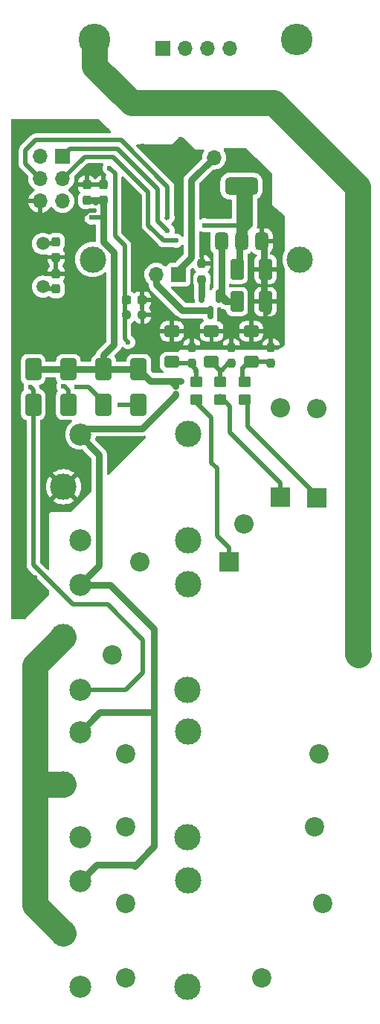
<source format=gbr>
%TF.GenerationSoftware,KiCad,Pcbnew,8.0.8-8.0.8-0~ubuntu24.04.1*%
%TF.CreationDate,2025-03-19T16:12:16+01:00*%
%TF.ProjectId,teaser,74656173-6572-42e6-9b69-6361645f7063,rev?*%
%TF.SameCoordinates,Original*%
%TF.FileFunction,Copper,L2,Bot*%
%TF.FilePolarity,Positive*%
%FSLAX46Y46*%
G04 Gerber Fmt 4.6, Leading zero omitted, Abs format (unit mm)*
G04 Created by KiCad (PCBNEW 8.0.8-8.0.8-0~ubuntu24.04.1) date 2025-03-19 16:12:16*
%MOMM*%
%LPD*%
G01*
G04 APERTURE LIST*
G04 Aperture macros list*
%AMRoundRect*
0 Rectangle with rounded corners*
0 $1 Rounding radius*
0 $2 $3 $4 $5 $6 $7 $8 $9 X,Y pos of 4 corners*
0 Add a 4 corners polygon primitive as box body*
4,1,4,$2,$3,$4,$5,$6,$7,$8,$9,$2,$3,0*
0 Add four circle primitives for the rounded corners*
1,1,$1+$1,$2,$3*
1,1,$1+$1,$4,$5*
1,1,$1+$1,$6,$7*
1,1,$1+$1,$8,$9*
0 Add four rect primitives between the rounded corners*
20,1,$1+$1,$2,$3,$4,$5,0*
20,1,$1+$1,$4,$5,$6,$7,0*
20,1,$1+$1,$6,$7,$8,$9,0*
20,1,$1+$1,$8,$9,$2,$3,0*%
G04 Aperture macros list end*
%TA.AperFunction,ComponentPad*%
%ADD10R,1.700000X1.700000*%
%TD*%
%TA.AperFunction,ComponentPad*%
%ADD11O,1.700000X1.700000*%
%TD*%
%TA.AperFunction,ComponentPad*%
%ADD12C,3.600000*%
%TD*%
%TA.AperFunction,ComponentPad*%
%ADD13C,3.000000*%
%TD*%
%TA.AperFunction,ComponentPad*%
%ADD14C,2.500000*%
%TD*%
%TA.AperFunction,ComponentPad*%
%ADD15C,1.500000*%
%TD*%
%TA.AperFunction,ComponentPad*%
%ADD16R,2.200000X2.200000*%
%TD*%
%TA.AperFunction,ComponentPad*%
%ADD17O,2.200000X2.200000*%
%TD*%
%TA.AperFunction,SMDPad,CuDef*%
%ADD18RoundRect,0.250000X0.450000X-0.350000X0.450000X0.350000X-0.450000X0.350000X-0.450000X-0.350000X0*%
%TD*%
%TA.AperFunction,SMDPad,CuDef*%
%ADD19RoundRect,0.237500X-0.250000X-0.237500X0.250000X-0.237500X0.250000X0.237500X-0.250000X0.237500X0*%
%TD*%
%TA.AperFunction,SMDPad,CuDef*%
%ADD20RoundRect,0.150000X-0.150000X0.587500X-0.150000X-0.587500X0.150000X-0.587500X0.150000X0.587500X0*%
%TD*%
%TA.AperFunction,SMDPad,CuDef*%
%ADD21RoundRect,0.237500X-0.237500X0.300000X-0.237500X-0.300000X0.237500X-0.300000X0.237500X0.300000X0*%
%TD*%
%TA.AperFunction,SMDPad,CuDef*%
%ADD22RoundRect,0.250000X-0.650000X1.000000X-0.650000X-1.000000X0.650000X-1.000000X0.650000X1.000000X0*%
%TD*%
%TA.AperFunction,ComponentPad*%
%ADD23C,2.200000*%
%TD*%
%TA.AperFunction,SMDPad,CuDef*%
%ADD24RoundRect,0.237500X0.237500X-0.300000X0.237500X0.300000X-0.237500X0.300000X-0.237500X-0.300000X0*%
%TD*%
%TA.AperFunction,SMDPad,CuDef*%
%ADD25RoundRect,0.250000X0.600000X-0.400000X0.600000X0.400000X-0.600000X0.400000X-0.600000X-0.400000X0*%
%TD*%
%TA.AperFunction,SMDPad,CuDef*%
%ADD26RoundRect,0.237500X0.237500X-0.250000X0.237500X0.250000X-0.237500X0.250000X-0.237500X-0.250000X0*%
%TD*%
%TA.AperFunction,SMDPad,CuDef*%
%ADD27RoundRect,0.237500X0.300000X0.237500X-0.300000X0.237500X-0.300000X-0.237500X0.300000X-0.237500X0*%
%TD*%
%TA.AperFunction,SMDPad,CuDef*%
%ADD28RoundRect,0.250001X-0.499999X-0.924999X0.499999X-0.924999X0.499999X0.924999X-0.499999X0.924999X0*%
%TD*%
%TA.AperFunction,SMDPad,CuDef*%
%ADD29RoundRect,0.375000X0.375000X-0.625000X0.375000X0.625000X-0.375000X0.625000X-0.375000X-0.625000X0*%
%TD*%
%TA.AperFunction,SMDPad,CuDef*%
%ADD30RoundRect,0.500000X1.400000X-0.500000X1.400000X0.500000X-1.400000X0.500000X-1.400000X-0.500000X0*%
%TD*%
%TA.AperFunction,ViaPad*%
%ADD31C,0.600000*%
%TD*%
%TA.AperFunction,Conductor*%
%ADD32C,0.762000*%
%TD*%
%TA.AperFunction,Conductor*%
%ADD33C,0.508000*%
%TD*%
%TA.AperFunction,Conductor*%
%ADD34C,3.000000*%
%TD*%
%TA.AperFunction,Conductor*%
%ADD35C,2.000000*%
%TD*%
G04 APERTURE END LIST*
D10*
%TO.P,J4,1,Pin_1*%
%TO.N,GND*%
X147140000Y-60900000D03*
D11*
%TO.P,J4,2,Pin_2*%
%TO.N,Net-(J4-Pin_2)*%
X144600000Y-60900000D03*
%TD*%
D12*
%TO.P,J2,1,Pin_1*%
%TO.N,Net-(D4-A)*%
X154000000Y-47500000D03*
%TO.P,J2,2,Pin_2*%
%TO.N,Net-(D2-K)*%
X131000000Y-47500000D03*
%TD*%
D13*
%TO.P,K1,1*%
%TO.N,GND*%
X127450000Y-98350000D03*
D14*
%TO.P,K1,2*%
%TO.N,Net-(D1-A)*%
X129400000Y-104400000D03*
D13*
%TO.P,K1,3*%
%TO.N,Net-(D2-A)*%
X141600000Y-104400000D03*
%TO.P,K1,4*%
%TO.N,unconnected-(K1-Pad4)*%
X141650000Y-92350000D03*
D14*
%TO.P,K1,5*%
%TO.N,VCC*%
X129400000Y-92400000D03*
%TD*%
D13*
%TO.P,K2,1*%
%TO.N,Net-(D4-A)*%
X127400000Y-132200000D03*
D14*
%TO.P,K2,2*%
%TO.N,Net-(D12-K)*%
X129350000Y-138250000D03*
D13*
%TO.P,K2,3*%
%TO.N,/CH3_230*%
X141550000Y-138250000D03*
%TO.P,K2,4*%
%TO.N,unconnected-(K2-Pad4)*%
X141600000Y-126200000D03*
D14*
%TO.P,K2,5*%
%TO.N,VCC*%
X129350000Y-126250000D03*
%TD*%
D13*
%TO.P,K4,1*%
%TO.N,Net-(D4-A)*%
X127400000Y-115450000D03*
D14*
%TO.P,K4,2*%
%TO.N,Net-(D14-K)*%
X129350000Y-121500000D03*
D13*
%TO.P,K4,3*%
%TO.N,/CH1_230*%
X141550000Y-121500000D03*
%TO.P,K4,4*%
%TO.N,unconnected-(K4-Pad4)*%
X141600000Y-109450000D03*
D14*
%TO.P,K4,5*%
%TO.N,VCC*%
X129350000Y-109500000D03*
%TD*%
D10*
%TO.P,SW1,1,A*%
%TO.N,Net-(J4-Pin_2)*%
X140550000Y-74200000D03*
D11*
%TO.P,SW1,2,B*%
%TO.N,Net-(Q6-D)*%
X138010000Y-74200000D03*
%TD*%
D13*
%TO.P,K3,1*%
%TO.N,Net-(D4-A)*%
X127400000Y-149150000D03*
D14*
%TO.P,K3,2*%
%TO.N,Net-(D13-K)*%
X129350000Y-155200000D03*
D13*
%TO.P,K3,3*%
%TO.N,/CH2_230*%
X141550000Y-155200000D03*
%TO.P,K3,4*%
%TO.N,unconnected-(K3-Pad4)*%
X141600000Y-143150000D03*
D14*
%TO.P,K3,5*%
%TO.N,VCC*%
X129350000Y-143200000D03*
%TD*%
D15*
%TO.P,Y1,1,1*%
%TO.N,Net-(U3-XTAL2{slash}PB7)*%
X125100000Y-75580000D03*
%TO.P,Y1,2,2*%
%TO.N,Net-(U3-XTAL1{slash}PB6)*%
X125100000Y-70700000D03*
%TD*%
D13*
%TO.P,J3,*%
%TO.N,*%
X130760000Y-72500000D03*
X154360000Y-72500000D03*
D10*
%TO.P,J3,1,Pin_1*%
%TO.N,VCC*%
X138760000Y-48500000D03*
D11*
%TO.P,J3,2,Pin_2*%
%TO.N,GND*%
X141300000Y-48500000D03*
%TO.P,J3,3,Pin_3*%
%TO.N,/SCL*%
X143840000Y-48500000D03*
%TO.P,J3,4,Pin_4*%
%TO.N,/SDA*%
X146380000Y-48500000D03*
%TD*%
D16*
%TO.P,D4,1,K*%
%TO.N,/CH3_230*%
X152100000Y-99500000D03*
D17*
%TO.P,D4,2,A*%
%TO.N,Net-(D4-A)*%
X152100000Y-89340000D03*
%TD*%
D16*
%TO.P,D5,1,K*%
%TO.N,/CH2_230*%
X156300000Y-99580000D03*
D17*
%TO.P,D5,2,A*%
%TO.N,Net-(D4-A)*%
X156300000Y-89420000D03*
%TD*%
D18*
%TO.P,R3,1*%
%TO.N,/CH2_230*%
X148050000Y-88400000D03*
%TO.P,R3,2*%
%TO.N,/CH2_MEASURE*%
X148050000Y-86400000D03*
%TD*%
D19*
%TO.P,R7,1*%
%TO.N,Net-(U3-PD2)*%
X134600000Y-78800000D03*
%TO.P,R7,2*%
%TO.N,GND*%
X136425000Y-78800000D03*
%TD*%
D20*
%TO.P,Q6,1,G*%
%TO.N,Net-(Q6-G)*%
X143200000Y-76700000D03*
%TO.P,Q6,2,S*%
%TO.N,Net-(Q6-S)*%
X145100000Y-76700000D03*
%TO.P,Q6,3,D*%
%TO.N,Net-(Q6-D)*%
X144150000Y-78575000D03*
%TD*%
D21*
%TO.P,C14,1*%
%TO.N,GND*%
X126600000Y-74130000D03*
%TO.P,C14,2*%
%TO.N,Net-(U3-XTAL2{slash}PB7)*%
X126600000Y-75855000D03*
%TD*%
D22*
%TO.P,D3,1,K*%
%TO.N,VCC*%
X132000000Y-85000000D03*
%TO.P,D3,2,A*%
%TO.N,Net-(D12-K)*%
X132000000Y-89000000D03*
%TD*%
D10*
%TO.P,J1,1,Pin_1*%
%TO.N,/MISO*%
X127340000Y-60760000D03*
D11*
%TO.P,J1,2,Pin_2*%
%TO.N,VCC*%
X124800000Y-60760000D03*
%TO.P,J1,3,Pin_3*%
%TO.N,/SCK*%
X127340000Y-63300000D03*
%TO.P,J1,4,Pin_4*%
%TO.N,/MOSI*%
X124800000Y-63300000D03*
%TO.P,J1,5,Pin_5*%
%TO.N,/RESET*%
X127340000Y-65840000D03*
%TO.P,J1,6,Pin_6*%
%TO.N,GND*%
X124800000Y-65840000D03*
%TD*%
D23*
%TO.P,C10,1*%
%TO.N,Net-(D2-K)*%
X150000000Y-154250000D03*
%TO.P,C10,2*%
%TO.N,/CH2_230*%
X134500000Y-154250000D03*
%TD*%
D22*
%TO.P,D8,1,K*%
%TO.N,VCC*%
X124000000Y-85000000D03*
%TO.P,D8,2,A*%
%TO.N,Net-(D14-K)*%
X124000000Y-89000000D03*
%TD*%
D16*
%TO.P,D2,1,K*%
%TO.N,Net-(D2-K)*%
X160700000Y-102600000D03*
D17*
%TO.P,D2,2,A*%
%TO.N,Net-(D2-A)*%
X148000000Y-102600000D03*
%TD*%
D23*
%TO.P,C11,1*%
%TO.N,Net-(D2-K)*%
X157000000Y-145750000D03*
%TO.P,C11,2*%
%TO.N,/CH2_230*%
X134500000Y-145750000D03*
%TD*%
D22*
%TO.P,D1,1,K*%
%TO.N,VCC*%
X136000000Y-85000000D03*
%TO.P,D1,2,A*%
%TO.N,Net-(D1-A)*%
X136000000Y-89000000D03*
%TD*%
D18*
%TO.P,R5,1*%
%TO.N,/CH3_230*%
X145300000Y-88400000D03*
%TO.P,R5,2*%
%TO.N,/CH3_MEASURE*%
X145300000Y-86400000D03*
%TD*%
D21*
%TO.P,C3,1*%
%TO.N,GND*%
X132000000Y-64000000D03*
%TO.P,C3,2*%
%TO.N,VCC*%
X132000000Y-65725000D03*
%TD*%
D23*
%TO.P,C7,1*%
%TO.N,Net-(D2-K)*%
X156000000Y-137000000D03*
%TO.P,C7,2*%
%TO.N,/CH3_230*%
X134500000Y-137000000D03*
%TD*%
D24*
%TO.P,C13,1*%
%TO.N,GND*%
X126600000Y-72230000D03*
%TO.P,C13,2*%
%TO.N,Net-(U3-XTAL1{slash}PB6)*%
X126600000Y-70505000D03*
%TD*%
D23*
%TO.P,C12,1*%
%TO.N,Net-(D2-K)*%
X161000000Y-117500000D03*
%TO.P,C12,2*%
%TO.N,/CH1_230*%
X133000000Y-117500000D03*
%TD*%
D21*
%TO.P,C6,1*%
%TO.N,GND*%
X130100000Y-64000000D03*
%TO.P,C6,2*%
%TO.N,VCC*%
X130100000Y-65725000D03*
%TD*%
D22*
%TO.P,D6,1,K*%
%TO.N,VCC*%
X128000000Y-85000000D03*
%TO.P,D6,2,A*%
%TO.N,Net-(D13-K)*%
X128000000Y-89000000D03*
%TD*%
D25*
%TO.P,D9,1,K*%
%TO.N,/CH1_MEASURE*%
X139800000Y-84150000D03*
%TO.P,D9,2,A*%
%TO.N,GND*%
X139800000Y-80650000D03*
%TD*%
D26*
%TO.P,R4,1*%
%TO.N,/CH1_MEASURE*%
X142050000Y-84312500D03*
%TO.P,R4,2*%
%TO.N,GND*%
X142050000Y-82487500D03*
%TD*%
D27*
%TO.P,C9,1*%
%TO.N,GND*%
X136375000Y-77100000D03*
%TO.P,C9,2*%
%TO.N,Net-(U3-PD2)*%
X134650000Y-77100000D03*
%TD*%
D18*
%TO.P,R1,1*%
%TO.N,/CH1_230*%
X142550000Y-88400000D03*
%TO.P,R1,2*%
%TO.N,/CH1_MEASURE*%
X142550000Y-86400000D03*
%TD*%
D28*
%TO.P,C1,1*%
%TO.N,Net-(Q6-S)*%
X147200000Y-77300000D03*
%TO.P,C1,2*%
%TO.N,GND*%
X150450000Y-77300000D03*
%TD*%
D25*
%TO.P,D10,1,K*%
%TO.N,/CH2_MEASURE*%
X148800000Y-84150000D03*
%TO.P,D10,2,A*%
%TO.N,GND*%
X148800000Y-80650000D03*
%TD*%
D23*
%TO.P,C8,1*%
%TO.N,Net-(D2-K)*%
X156500000Y-128750000D03*
%TO.P,C8,2*%
%TO.N,/CH3_230*%
X134500000Y-128750000D03*
%TD*%
D25*
%TO.P,D11,1,K*%
%TO.N,/CH3_MEASURE*%
X144300000Y-84150000D03*
%TO.P,D11,2,A*%
%TO.N,GND*%
X144300000Y-80650000D03*
%TD*%
D26*
%TO.P,R2,1*%
%TO.N,/CH2_MEASURE*%
X151050000Y-84312500D03*
%TO.P,R2,2*%
%TO.N,GND*%
X151050000Y-82487500D03*
%TD*%
D29*
%TO.P,U2,1,GND*%
%TO.N,GND*%
X150010000Y-70437500D03*
%TO.P,U2,2,VO*%
%TO.N,VCC*%
X147710000Y-70437500D03*
D30*
X147710000Y-64137500D03*
D29*
%TO.P,U2,3,VI*%
%TO.N,Net-(Q6-S)*%
X145410000Y-70437500D03*
%TD*%
D26*
%TO.P,R13,1*%
%TO.N,Net-(Q6-G)*%
X143200000Y-74800000D03*
%TO.P,R13,2*%
%TO.N,GND*%
X143200000Y-72975000D03*
%TD*%
D16*
%TO.P,D7,1,K*%
%TO.N,/CH1_230*%
X146300000Y-106900000D03*
D17*
%TO.P,D7,2,A*%
%TO.N,Net-(D4-A)*%
X136140000Y-106900000D03*
%TD*%
D28*
%TO.P,C2,1*%
%TO.N,VCC*%
X147200000Y-73600000D03*
%TO.P,C2,2*%
%TO.N,GND*%
X150450000Y-73600000D03*
%TD*%
D26*
%TO.P,R6,1*%
%TO.N,/CH3_MEASURE*%
X146550000Y-84312500D03*
%TO.P,R6,2*%
%TO.N,GND*%
X146550000Y-82487500D03*
%TD*%
D31*
%TO.N,GND*%
X131000000Y-62300000D03*
X129600000Y-95000000D03*
X127600000Y-78500000D03*
X143600000Y-66400000D03*
X137300000Y-72400000D03*
X125300000Y-106900000D03*
X131100000Y-82600000D03*
X137900000Y-84600000D03*
X136100000Y-66500000D03*
X142600000Y-79600000D03*
X143200000Y-72000000D03*
X129600000Y-96700000D03*
X124200000Y-108700000D03*
X125800000Y-57600000D03*
X151900000Y-80600000D03*
X135000000Y-94100000D03*
X150000000Y-68400000D03*
X138300000Y-77700000D03*
X140500000Y-71600000D03*
X136700000Y-80400000D03*
X135100000Y-92900000D03*
X122200000Y-90000000D03*
X122900000Y-68300000D03*
X127200000Y-91500000D03*
X131800000Y-92900000D03*
X128600000Y-73800000D03*
X132700000Y-94100000D03*
X141100000Y-76200000D03*
X148800000Y-77300000D03*
X127300000Y-94900000D03*
X125800000Y-83800000D03*
X134400000Y-68800000D03*
X127500000Y-82500000D03*
X136200000Y-92900000D03*
X134400000Y-64000000D03*
X132400000Y-57800000D03*
X122900000Y-80000000D03*
X126000000Y-86700000D03*
X140800000Y-58800000D03*
X122800000Y-73300000D03*
X136500000Y-59600000D03*
X151700000Y-75500000D03*
X131000000Y-66900000D03*
%TO.N,VCC*%
X148600000Y-67700000D03*
X148600000Y-66800000D03*
X131096000Y-66046000D03*
X140200000Y-87800000D03*
X130633159Y-67733159D03*
X148600000Y-68600000D03*
X143500000Y-68600000D03*
X140800000Y-86310000D03*
X140200000Y-86958096D03*
%TO.N,Net-(D1-A)*%
X133875000Y-89075000D03*
%TO.N,Net-(D12-K)*%
X128900000Y-87000000D03*
%TO.N,Net-(D13-K)*%
X127450000Y-86950000D03*
%TO.N,Net-(D14-K)*%
X123700000Y-87000000D03*
%TO.N,/CH1_MEASURE*%
X142500000Y-85100000D03*
%TO.N,/CH2_MEASURE*%
X147850000Y-84950000D03*
%TO.N,/CH3_MEASURE*%
X145250000Y-85100000D03*
%TO.N,/SCK*%
X140250000Y-70350000D03*
%TO.N,/MISO*%
X139300000Y-69200000D03*
%TO.N,/MOSI*%
X139300000Y-67700000D03*
%TO.N,Net-(U3-PD2)*%
X132700000Y-62100000D03*
X134800000Y-81900000D03*
%TD*%
D32*
%TO.N,Net-(Q6-S)*%
X145410000Y-76590000D02*
X145300000Y-76700000D01*
X145410000Y-70437500D02*
X145410000Y-76590000D01*
X146120000Y-77300000D02*
X147450000Y-77300000D01*
X145410000Y-76590000D02*
X146120000Y-77300000D01*
X145300000Y-76700000D02*
X145900000Y-77300000D01*
X145900000Y-77300000D02*
X147450000Y-77300000D01*
%TO.N,GND*%
X150300000Y-78000000D02*
X150700000Y-78400000D01*
X148800000Y-80650000D02*
X149212500Y-80650000D01*
D33*
X130354000Y-66946000D02*
X129900000Y-67400000D01*
D32*
X150300000Y-75500000D02*
X150300000Y-78000000D01*
X139800000Y-80650000D02*
X140212500Y-80650000D01*
X150010000Y-70437500D02*
X150300000Y-70727500D01*
X150300000Y-70727500D02*
X150300000Y-75500000D01*
D33*
X130954000Y-66946000D02*
X130354000Y-66946000D01*
D32*
X144300000Y-80650000D02*
X144712500Y-80650000D01*
X148800000Y-80300000D02*
X148800000Y-80650000D01*
D33*
X131000000Y-66900000D02*
X130954000Y-66946000D01*
D32*
%TO.N,VCC*%
X137750000Y-126250000D02*
X137750000Y-114500000D01*
X131500000Y-94700000D02*
X131500000Y-107300000D01*
X137750000Y-139250000D02*
X137750000Y-126250000D01*
D33*
X132000000Y-67600000D02*
X132000000Y-66162500D01*
D32*
X131500000Y-107300000D02*
X129300000Y-109500000D01*
X129500000Y-92700000D02*
X129400000Y-92700000D01*
X135500000Y-141350000D02*
X131500000Y-141350000D01*
X130100000Y-91700000D02*
X129400000Y-92400000D01*
X131200000Y-141350000D02*
X129350000Y-143200000D01*
D33*
X130200000Y-65962500D02*
X130100000Y-65862500D01*
D32*
X132750000Y-109500000D02*
X129350000Y-109500000D01*
X140200000Y-86958096D02*
X140200000Y-86810000D01*
X140200000Y-87900000D02*
X136400000Y-91700000D01*
D33*
X143500000Y-68600000D02*
X147600000Y-68600000D01*
D32*
X129350000Y-126250000D02*
X131600000Y-124000000D01*
X133200000Y-71700000D02*
X132000000Y-70500000D01*
X132000000Y-83400000D02*
X133200000Y-82200000D01*
X140800000Y-86310000D02*
X139700000Y-86310000D01*
X137750000Y-124000000D02*
X137750000Y-126250000D01*
X135500000Y-141500000D02*
X137750000Y-139250000D01*
X130900000Y-94100000D02*
X129500000Y-92700000D01*
X139700000Y-86310000D02*
X137310000Y-86310000D01*
X124000000Y-85000000D02*
X136000000Y-85000000D01*
X130100000Y-65725000D02*
X132000000Y-65725000D01*
X147200000Y-73600000D02*
X147500000Y-73300000D01*
X129300000Y-109500000D02*
X132750000Y-109500000D01*
X133200000Y-85000000D02*
X136000000Y-85000000D01*
X133200000Y-82200000D02*
X133200000Y-71700000D01*
D33*
X147600000Y-68600000D02*
X147710000Y-68710000D01*
X147710000Y-68710000D02*
X147710000Y-70437500D01*
D32*
X137750000Y-114500000D02*
X132750000Y-109500000D01*
X137310000Y-86310000D02*
X136000000Y-85000000D01*
X130900000Y-94100000D02*
X131500000Y-94700000D01*
D33*
X131866841Y-67733159D02*
X132000000Y-67600000D01*
D32*
X136400000Y-91700000D02*
X130100000Y-91700000D01*
X132000000Y-85000000D02*
X136000000Y-85000000D01*
X131500000Y-141350000D02*
X131200000Y-141350000D01*
X147500000Y-73300000D02*
X147500000Y-70647500D01*
X132000000Y-85000000D02*
X132000000Y-83400000D01*
X147500000Y-70647500D02*
X147710000Y-70437500D01*
X147700000Y-64147500D02*
X147710000Y-64137500D01*
X132000000Y-70500000D02*
X132000000Y-65962500D01*
X140200000Y-86810000D02*
X139700000Y-86310000D01*
X140200000Y-87800000D02*
X140200000Y-87900000D01*
D33*
X130633159Y-67733159D02*
X131866841Y-67733159D01*
D32*
X131600000Y-124000000D02*
X137750000Y-124000000D01*
D34*
%TO.N,Net-(D2-K)*%
X161000000Y-117500000D02*
X160900000Y-117400000D01*
X135200000Y-54700000D02*
X131000000Y-50500000D01*
X160900000Y-117400000D02*
X160900000Y-64200000D01*
D35*
X160900000Y-116600000D02*
X160900000Y-117400000D01*
D34*
X151400000Y-54700000D02*
X135200000Y-54700000D01*
X160900000Y-64200000D02*
X151400000Y-54700000D01*
X131000000Y-50500000D02*
X131000000Y-47500000D01*
D33*
%TO.N,/CH3_230*%
X152100000Y-97900000D02*
X152100000Y-99500000D01*
X145250000Y-88050000D02*
X146400000Y-89200000D01*
X145350000Y-88600000D02*
X145300000Y-88650000D01*
X146400000Y-92200000D02*
X152100000Y-97900000D01*
X146400000Y-89200000D02*
X146400000Y-92200000D01*
%TO.N,/CH2_230*%
X148400000Y-88750000D02*
X148400000Y-91500000D01*
X156300000Y-99400000D02*
X156300000Y-99580000D01*
X148400000Y-91500000D02*
X156300000Y-99400000D01*
X148050000Y-88400000D02*
X148400000Y-88750000D01*
%TO.N,/CH1_230*%
X144300000Y-95600000D02*
X144900000Y-96200000D01*
X144900000Y-103900000D02*
X146300000Y-105300000D01*
X142550000Y-88750000D02*
X144300000Y-90500000D01*
X142550000Y-88400000D02*
X142550000Y-88750000D01*
X146300000Y-105300000D02*
X146300000Y-106900000D01*
X144900000Y-96200000D02*
X144900000Y-103900000D01*
X144300000Y-90500000D02*
X144300000Y-95600000D01*
%TO.N,Net-(U3-XTAL1{slash}PB6)*%
X124600000Y-70700000D02*
X126405000Y-70700000D01*
X126405000Y-70700000D02*
X126600000Y-70505000D01*
%TO.N,Net-(U3-XTAL2{slash}PB7)*%
X126600000Y-75855000D02*
X124875000Y-75855000D01*
%TO.N,Net-(D1-A)*%
X135925000Y-89075000D02*
X136000000Y-89000000D01*
X133875000Y-89075000D02*
X135925000Y-89075000D01*
%TO.N,Net-(D12-K)*%
X132000000Y-88700000D02*
X132000000Y-89000000D01*
X128900000Y-87000000D02*
X130300000Y-87000000D01*
X130300000Y-87000000D02*
X132000000Y-88700000D01*
D34*
%TO.N,Net-(D4-A)*%
X124200000Y-145950000D02*
X124200000Y-132250000D01*
X127400000Y-132200000D02*
X124250000Y-132200000D01*
X124200000Y-132250000D02*
X124200000Y-118650000D01*
X124250000Y-132200000D02*
X124200000Y-132250000D01*
X124200000Y-118650000D02*
X127400000Y-115450000D01*
X127400000Y-149150000D02*
X124200000Y-145950000D01*
D33*
%TO.N,Net-(D13-K)*%
X127550000Y-86950000D02*
X128000000Y-87400000D01*
X127450000Y-86950000D02*
X127550000Y-86950000D01*
X128000000Y-87400000D02*
X128000000Y-89000000D01*
%TO.N,Net-(D14-K)*%
X123700000Y-87000000D02*
X124000000Y-87300000D01*
X132450000Y-111750000D02*
X136500000Y-115800000D01*
X136500000Y-119500000D02*
X134500000Y-121500000D01*
X128500000Y-111750000D02*
X132450000Y-111750000D01*
X134500000Y-121500000D02*
X129350000Y-121500000D01*
X136500000Y-115800000D02*
X136500000Y-119500000D01*
X124000000Y-107250000D02*
X128500000Y-111750000D01*
X124000000Y-87300000D02*
X124000000Y-107250000D01*
X124000000Y-87300000D02*
X124000000Y-89000000D01*
%TO.N,/CH1_MEASURE*%
X142550000Y-86400000D02*
X142550000Y-85062500D01*
X142050000Y-84312500D02*
X139962500Y-84312500D01*
X142550000Y-85062500D02*
X141800000Y-84312500D01*
X139712500Y-84312500D02*
X139550000Y-84150000D01*
%TO.N,/CH2_MEASURE*%
X147850000Y-84850000D02*
X148550000Y-84150000D01*
X147850000Y-86200000D02*
X147850000Y-84850000D01*
X148800000Y-84150000D02*
X150887500Y-84150000D01*
X148050000Y-86400000D02*
X147850000Y-86200000D01*
X150637500Y-84150000D02*
X150800000Y-84312500D01*
%TO.N,/CH3_MEASURE*%
X145300000Y-86400000D02*
X145300000Y-85150000D01*
X144300000Y-84150000D02*
X144050000Y-84150000D01*
X145431250Y-85100000D02*
X146218750Y-84312500D01*
X146218750Y-84312500D02*
X146300000Y-84312500D01*
X145300000Y-85150000D02*
X145250000Y-85100000D01*
X145250000Y-85100000D02*
X144300000Y-84150000D01*
X145250000Y-85100000D02*
X145431250Y-85100000D01*
%TO.N,/SCK*%
X133100000Y-60800000D02*
X129840000Y-60800000D01*
X129840000Y-60800000D02*
X127340000Y-63300000D01*
X137100000Y-64800000D02*
X133100000Y-60800000D01*
X138850000Y-70350000D02*
X137100000Y-68600000D01*
X140250000Y-70350000D02*
X138850000Y-70350000D01*
X137100000Y-68600000D02*
X137100000Y-64800000D01*
%TO.N,/MISO*%
X128200000Y-59900000D02*
X133600000Y-59900000D01*
X138200000Y-64500000D02*
X138200000Y-68100000D01*
X138200000Y-68100000D02*
X139300000Y-69200000D01*
X133600000Y-59900000D02*
X138200000Y-64500000D01*
X127340000Y-60760000D02*
X128200000Y-59900000D01*
%TO.N,/MOSI*%
X139300000Y-67700000D02*
X139200000Y-67800000D01*
X134000000Y-58900000D02*
X139300000Y-64200000D01*
X124300000Y-58900000D02*
X134000000Y-58900000D01*
X139300000Y-64200000D02*
X139300000Y-67700000D01*
X123100000Y-60100000D02*
X124300000Y-58900000D01*
X124800000Y-63300000D02*
X123100000Y-61600000D01*
X123100000Y-61600000D02*
X123100000Y-60100000D01*
D32*
%TO.N,Net-(J4-Pin_2)*%
X142000000Y-72300000D02*
X140550000Y-73750000D01*
X142000000Y-63500000D02*
X142000000Y-72300000D01*
X140550000Y-73750000D02*
X140550000Y-74200000D01*
X144600000Y-60900000D02*
X142000000Y-63500000D01*
%TO.N,Net-(Q6-G)*%
X143200000Y-74800000D02*
X143200000Y-76700000D01*
%TO.N,Net-(Q6-D)*%
X138010000Y-74200000D02*
X138010000Y-75310000D01*
X141000000Y-78300000D02*
X143800000Y-78300000D01*
X138010000Y-75310000D02*
X141000000Y-78300000D01*
D33*
%TO.N,Net-(U3-PD2)*%
X134400000Y-70900000D02*
X133300000Y-69800000D01*
X133300000Y-62700000D02*
X132700000Y-62100000D01*
X134800000Y-81900000D02*
X134400000Y-81500000D01*
X133300000Y-69800000D02*
X133300000Y-62700000D01*
X134400000Y-81500000D02*
X134400000Y-70900000D01*
%TD*%
%TA.AperFunction,Conductor*%
%TO.N,GND*%
G36*
X148215677Y-59819685D02*
G01*
X148236319Y-59836319D01*
X149299998Y-60899999D01*
X149300000Y-60900000D01*
X149300000Y-62651213D01*
X149287420Y-62647614D01*
X149287413Y-62647613D01*
X149221102Y-62641717D01*
X149168037Y-62637000D01*
X149168032Y-62637000D01*
X146251971Y-62637000D01*
X146251965Y-62637000D01*
X146251964Y-62637001D01*
X146240316Y-62638036D01*
X146132584Y-62647613D01*
X145949497Y-62700000D01*
X145700000Y-62700000D01*
X145700000Y-61683562D01*
X145774035Y-61577830D01*
X145873903Y-61363663D01*
X145935063Y-61135408D01*
X145955659Y-60900000D01*
X145935063Y-60664592D01*
X145873903Y-60436337D01*
X145774035Y-60222171D01*
X145774034Y-60222169D01*
X145711726Y-60133183D01*
X145700000Y-60098412D01*
X145700000Y-59924000D01*
X145719685Y-59856961D01*
X145772489Y-59811206D01*
X145824000Y-59800000D01*
X148148638Y-59800000D01*
X148215677Y-59819685D01*
G37*
%TD.AperFunction*%
%TD*%
%TA.AperFunction,Conductor*%
%TO.N,GND*%
G36*
X131415677Y-56519685D02*
G01*
X131436319Y-56536319D01*
X132833819Y-57933819D01*
X132867304Y-57995142D01*
X132862320Y-58064834D01*
X132820448Y-58120767D01*
X132754984Y-58145184D01*
X132746138Y-58145500D01*
X124225683Y-58145500D01*
X124079927Y-58174493D01*
X124079919Y-58174495D01*
X123942608Y-58231371D01*
X123819035Y-58313939D01*
X123819034Y-58313940D01*
X123766488Y-58366487D01*
X123713941Y-58419034D01*
X123713939Y-58419036D01*
X122513943Y-59619030D01*
X122513942Y-59619031D01*
X122431372Y-59742607D01*
X122431366Y-59742618D01*
X122374496Y-59879916D01*
X122374493Y-59879926D01*
X122345499Y-60025685D01*
X122345499Y-60180425D01*
X122345500Y-60180446D01*
X122345500Y-61520552D01*
X122345499Y-61520578D01*
X122345499Y-61674313D01*
X122359085Y-61742610D01*
X122359085Y-61742612D01*
X122370200Y-61798492D01*
X122374494Y-61820075D01*
X122374496Y-61820083D01*
X122431366Y-61957381D01*
X122431372Y-61957392D01*
X122513942Y-62080968D01*
X122513943Y-62080969D01*
X123426675Y-62993700D01*
X123460160Y-63055023D01*
X123462522Y-63092188D01*
X123444341Y-63299998D01*
X123444341Y-63300000D01*
X123464936Y-63535403D01*
X123464938Y-63535413D01*
X123526094Y-63763655D01*
X123526096Y-63763660D01*
X123526097Y-63763663D01*
X123606004Y-63935023D01*
X123625965Y-63977830D01*
X123625967Y-63977834D01*
X123729494Y-64125685D01*
X123761501Y-64171396D01*
X123761506Y-64171402D01*
X123928597Y-64338493D01*
X123928603Y-64338498D01*
X124016403Y-64399976D01*
X124065148Y-64434108D01*
X124114594Y-64468730D01*
X124158219Y-64523307D01*
X124165413Y-64592805D01*
X124133890Y-64655160D01*
X124114595Y-64671880D01*
X123928922Y-64801890D01*
X123928920Y-64801891D01*
X123761891Y-64968920D01*
X123761886Y-64968926D01*
X123626400Y-65162420D01*
X123626399Y-65162422D01*
X123526570Y-65376507D01*
X123526567Y-65376513D01*
X123469364Y-65589999D01*
X123469364Y-65590000D01*
X124366988Y-65590000D01*
X124334075Y-65647007D01*
X124300000Y-65774174D01*
X124300000Y-65905826D01*
X124334075Y-66032993D01*
X124366988Y-66090000D01*
X123469364Y-66090000D01*
X123526567Y-66303486D01*
X123526570Y-66303492D01*
X123626399Y-66517578D01*
X123761894Y-66711082D01*
X123928917Y-66878105D01*
X124122421Y-67013600D01*
X124336507Y-67113429D01*
X124336516Y-67113433D01*
X124550000Y-67170634D01*
X124550000Y-66273012D01*
X124607007Y-66305925D01*
X124734174Y-66340000D01*
X124865826Y-66340000D01*
X124992993Y-66305925D01*
X125050000Y-66273012D01*
X125050000Y-67170633D01*
X125263483Y-67113433D01*
X125263492Y-67113429D01*
X125477578Y-67013600D01*
X125671082Y-66878105D01*
X125838105Y-66711082D01*
X125968119Y-66525405D01*
X126022696Y-66481781D01*
X126092195Y-66474588D01*
X126154549Y-66506110D01*
X126171269Y-66525405D01*
X126301505Y-66711401D01*
X126468599Y-66878495D01*
X126538720Y-66927594D01*
X126662165Y-67014032D01*
X126662167Y-67014033D01*
X126662170Y-67014035D01*
X126876337Y-67113903D01*
X127104592Y-67175063D01*
X127292918Y-67191539D01*
X127339999Y-67195659D01*
X127340000Y-67195659D01*
X127340001Y-67195659D01*
X127379234Y-67192226D01*
X127575408Y-67175063D01*
X127803663Y-67113903D01*
X128017830Y-67014035D01*
X128211401Y-66878495D01*
X128378495Y-66711401D01*
X128514035Y-66517830D01*
X128613903Y-66303663D01*
X128675063Y-66075408D01*
X128695659Y-65840000D01*
X128675063Y-65604592D01*
X128613903Y-65376337D01*
X128514035Y-65162171D01*
X128508731Y-65154595D01*
X128378494Y-64968597D01*
X128211402Y-64801506D01*
X128211396Y-64801501D01*
X128025842Y-64671575D01*
X127982217Y-64616998D01*
X127975023Y-64547500D01*
X128006546Y-64485145D01*
X128025842Y-64468425D01*
X128051938Y-64450152D01*
X128211401Y-64338495D01*
X128378495Y-64171401D01*
X128514035Y-63977830D01*
X128613903Y-63763663D01*
X128644132Y-63650845D01*
X129125000Y-63650845D01*
X129125000Y-63750000D01*
X129850000Y-63750000D01*
X130350000Y-63750000D01*
X131750000Y-63750000D01*
X131750000Y-62962500D01*
X131713361Y-62962500D01*
X131713343Y-62962501D01*
X131612347Y-62972819D01*
X131448699Y-63027046D01*
X131448688Y-63027051D01*
X131301965Y-63117552D01*
X131301961Y-63117555D01*
X131180055Y-63239461D01*
X131180052Y-63239465D01*
X131155538Y-63279209D01*
X131103590Y-63325934D01*
X131034628Y-63337155D01*
X130970546Y-63309312D01*
X130944462Y-63279209D01*
X130919947Y-63239465D01*
X130919944Y-63239461D01*
X130798038Y-63117555D01*
X130798034Y-63117552D01*
X130651311Y-63027051D01*
X130651300Y-63027046D01*
X130487652Y-62972819D01*
X130386654Y-62962500D01*
X130350000Y-62962500D01*
X130350000Y-63750000D01*
X129850000Y-63750000D01*
X129850000Y-62962500D01*
X129813361Y-62962500D01*
X129813343Y-62962501D01*
X129712347Y-62972819D01*
X129548699Y-63027046D01*
X129548688Y-63027051D01*
X129401965Y-63117552D01*
X129401961Y-63117555D01*
X129280055Y-63239461D01*
X129280052Y-63239465D01*
X129189551Y-63386188D01*
X129189546Y-63386199D01*
X129135319Y-63549847D01*
X129125000Y-63650845D01*
X128644132Y-63650845D01*
X128675063Y-63535408D01*
X128695659Y-63300000D01*
X128677477Y-63092186D01*
X128691243Y-63023688D01*
X128713321Y-62993702D01*
X130116205Y-61590819D01*
X130177528Y-61557334D01*
X130203886Y-61554500D01*
X131872991Y-61554500D01*
X131940030Y-61574185D01*
X131985785Y-61626989D01*
X131995729Y-61696147D01*
X131977983Y-61744475D01*
X131974211Y-61750477D01*
X131914631Y-61920745D01*
X131914630Y-61920750D01*
X131894435Y-62099996D01*
X131894435Y-62100003D01*
X131914630Y-62279249D01*
X131914631Y-62279254D01*
X131974211Y-62449523D01*
X132070184Y-62602262D01*
X132197739Y-62729817D01*
X132241072Y-62757045D01*
X132287362Y-62809379D01*
X132298010Y-62878433D01*
X132269635Y-62942281D01*
X132262781Y-62949718D01*
X132250000Y-62962499D01*
X132250000Y-63876000D01*
X132230315Y-63943039D01*
X132177511Y-63988794D01*
X132126000Y-64000000D01*
X132000000Y-64000000D01*
X132000000Y-64126000D01*
X131980315Y-64193039D01*
X131927511Y-64238794D01*
X131876000Y-64250000D01*
X129125001Y-64250000D01*
X129125001Y-64349154D01*
X129135319Y-64450152D01*
X129189546Y-64613800D01*
X129189551Y-64613811D01*
X129280052Y-64760534D01*
X129280055Y-64760538D01*
X129293982Y-64774465D01*
X129327467Y-64835788D01*
X129322483Y-64905480D01*
X129293984Y-64949825D01*
X129279661Y-64964148D01*
X129189093Y-65110981D01*
X129189091Y-65110986D01*
X129180296Y-65137528D01*
X129134826Y-65274747D01*
X129134826Y-65274748D01*
X129134825Y-65274748D01*
X129124500Y-65375815D01*
X129124500Y-66074169D01*
X129124501Y-66074187D01*
X129134825Y-66175252D01*
X129156314Y-66240099D01*
X129189092Y-66339016D01*
X129279660Y-66485850D01*
X129401650Y-66607840D01*
X129548484Y-66698408D01*
X129712247Y-66752674D01*
X129813323Y-66763000D01*
X130252195Y-66762999D01*
X130319234Y-66782683D01*
X130364989Y-66835487D01*
X130374933Y-66904646D01*
X130345908Y-66968202D01*
X130293151Y-67004040D01*
X130283638Y-67007368D01*
X130130896Y-67103343D01*
X130003343Y-67230896D01*
X129907370Y-67383635D01*
X129847790Y-67553904D01*
X129847789Y-67553909D01*
X129827594Y-67733155D01*
X129827594Y-67733162D01*
X129847789Y-67912408D01*
X129847790Y-67912413D01*
X129907370Y-68082682D01*
X129982508Y-68202262D01*
X130003343Y-68235421D01*
X130130897Y-68362975D01*
X130283637Y-68458948D01*
X130385576Y-68494618D01*
X130453904Y-68518527D01*
X130453909Y-68518528D01*
X130633155Y-68538724D01*
X130633159Y-68538724D01*
X130633163Y-68538724D01*
X130812408Y-68518528D01*
X130812410Y-68518527D01*
X130812414Y-68518527D01*
X130812417Y-68518525D01*
X130812421Y-68518525D01*
X130880744Y-68494618D01*
X130921699Y-68487659D01*
X130994500Y-68487659D01*
X131061539Y-68507344D01*
X131107294Y-68560148D01*
X131118500Y-68611659D01*
X131118500Y-70386844D01*
X131098815Y-70453883D01*
X131046011Y-70499638D01*
X130985654Y-70510528D01*
X130760002Y-70494390D01*
X130759999Y-70494390D01*
X130474566Y-70514804D01*
X130194962Y-70575628D01*
X129926833Y-70675635D01*
X129675690Y-70812770D01*
X129675682Y-70812775D01*
X129446612Y-70984254D01*
X129446594Y-70984270D01*
X129244270Y-71186594D01*
X129244254Y-71186612D01*
X129072775Y-71415682D01*
X129072770Y-71415690D01*
X128935635Y-71666833D01*
X128835628Y-71934962D01*
X128774804Y-72214566D01*
X128754390Y-72499998D01*
X128754390Y-72500001D01*
X128774804Y-72785433D01*
X128835628Y-73065037D01*
X128835630Y-73065043D01*
X128835631Y-73065046D01*
X128935632Y-73333157D01*
X128935635Y-73333166D01*
X129072770Y-73584309D01*
X129072775Y-73584317D01*
X129244254Y-73813387D01*
X129244270Y-73813405D01*
X129446594Y-74015729D01*
X129446612Y-74015745D01*
X129675682Y-74187224D01*
X129675690Y-74187229D01*
X129926833Y-74324364D01*
X129926832Y-74324364D01*
X129926836Y-74324365D01*
X129926839Y-74324367D01*
X130194954Y-74424369D01*
X130194960Y-74424370D01*
X130194962Y-74424371D01*
X130474566Y-74485195D01*
X130474568Y-74485195D01*
X130474572Y-74485196D01*
X130728220Y-74503337D01*
X130759999Y-74505610D01*
X130760000Y-74505610D01*
X130760001Y-74505610D01*
X130788595Y-74503564D01*
X131045428Y-74485196D01*
X131073263Y-74479141D01*
X131325037Y-74424371D01*
X131325037Y-74424370D01*
X131325046Y-74424369D01*
X131593161Y-74324367D01*
X131844315Y-74187226D01*
X132073395Y-74015739D01*
X132073405Y-74015729D01*
X132106819Y-73982316D01*
X132168142Y-73948831D01*
X132237834Y-73953815D01*
X132293767Y-73995687D01*
X132318184Y-74061151D01*
X132318500Y-74069997D01*
X132318500Y-81783507D01*
X132298815Y-81850546D01*
X132282181Y-81871188D01*
X131315296Y-82838072D01*
X131315295Y-82838073D01*
X131218822Y-82982456D01*
X131152377Y-83142871D01*
X131152374Y-83142883D01*
X131138355Y-83213361D01*
X131105970Y-83275272D01*
X131055744Y-83306875D01*
X131030668Y-83315184D01*
X130881342Y-83407289D01*
X130757289Y-83531342D01*
X130665187Y-83680663D01*
X130665185Y-83680668D01*
X130642713Y-83748484D01*
X130610001Y-83847203D01*
X130610001Y-83847204D01*
X130610000Y-83847204D01*
X130599500Y-83949983D01*
X130599500Y-83994500D01*
X130579815Y-84061539D01*
X130527011Y-84107294D01*
X130475500Y-84118500D01*
X129524499Y-84118500D01*
X129457460Y-84098815D01*
X129411705Y-84046011D01*
X129400499Y-83994500D01*
X129400499Y-83949998D01*
X129400498Y-83949981D01*
X129389999Y-83847203D01*
X129389998Y-83847200D01*
X129334814Y-83680666D01*
X129242712Y-83531344D01*
X129118656Y-83407288D01*
X128984436Y-83324501D01*
X128969336Y-83315187D01*
X128969331Y-83315185D01*
X128944253Y-83306875D01*
X128802797Y-83260001D01*
X128802795Y-83260000D01*
X128700010Y-83249500D01*
X127299998Y-83249500D01*
X127299981Y-83249501D01*
X127197203Y-83260000D01*
X127197200Y-83260001D01*
X127030668Y-83315185D01*
X127030663Y-83315187D01*
X126881342Y-83407289D01*
X126757289Y-83531342D01*
X126665187Y-83680663D01*
X126665185Y-83680668D01*
X126642713Y-83748484D01*
X126610001Y-83847203D01*
X126610001Y-83847204D01*
X126610000Y-83847204D01*
X126599500Y-83949983D01*
X126599500Y-83994500D01*
X126579815Y-84061539D01*
X126527011Y-84107294D01*
X126475500Y-84118500D01*
X125524499Y-84118500D01*
X125457460Y-84098815D01*
X125411705Y-84046011D01*
X125400499Y-83994500D01*
X125400499Y-83949998D01*
X125400498Y-83949981D01*
X125389999Y-83847203D01*
X125389998Y-83847200D01*
X125334814Y-83680666D01*
X125242712Y-83531344D01*
X125118656Y-83407288D01*
X124984436Y-83324501D01*
X124969336Y-83315187D01*
X124969331Y-83315185D01*
X124944253Y-83306875D01*
X124802797Y-83260001D01*
X124802795Y-83260000D01*
X124700010Y-83249500D01*
X123299998Y-83249500D01*
X123299981Y-83249501D01*
X123197203Y-83260000D01*
X123197200Y-83260001D01*
X123030668Y-83315185D01*
X123030663Y-83315187D01*
X122881342Y-83407289D01*
X122757289Y-83531342D01*
X122665187Y-83680663D01*
X122665185Y-83680668D01*
X122642713Y-83748484D01*
X122610001Y-83847203D01*
X122610001Y-83847204D01*
X122610000Y-83847204D01*
X122599500Y-83949983D01*
X122599500Y-86050001D01*
X122599501Y-86050018D01*
X122610000Y-86152796D01*
X122610001Y-86152799D01*
X122665185Y-86319331D01*
X122665187Y-86319336D01*
X122757289Y-86468657D01*
X122881344Y-86592712D01*
X122889465Y-86597721D01*
X122936190Y-86649668D01*
X122947413Y-86718631D01*
X122941411Y-86744215D01*
X122914631Y-86820745D01*
X122914630Y-86820750D01*
X122894435Y-86999996D01*
X122894435Y-87000003D01*
X122914630Y-87179249D01*
X122914633Y-87179262D01*
X122941410Y-87255784D01*
X122944972Y-87325563D01*
X122910244Y-87386190D01*
X122889470Y-87402275D01*
X122881345Y-87407286D01*
X122757287Y-87531345D01*
X122665187Y-87680663D01*
X122665185Y-87680668D01*
X122647330Y-87734551D01*
X122610001Y-87847203D01*
X122610001Y-87847204D01*
X122610000Y-87847204D01*
X122599500Y-87949983D01*
X122599500Y-90050001D01*
X122599501Y-90050018D01*
X122610000Y-90152796D01*
X122610001Y-90152799D01*
X122665185Y-90319331D01*
X122665187Y-90319336D01*
X122693232Y-90364804D01*
X122757288Y-90468656D01*
X122881344Y-90592712D01*
X123030666Y-90684814D01*
X123160505Y-90727838D01*
X123217949Y-90767609D01*
X123244772Y-90832125D01*
X123245500Y-90845543D01*
X123245500Y-107170552D01*
X123245499Y-107170578D01*
X123245499Y-107175688D01*
X123245499Y-107324312D01*
X123245499Y-107324314D01*
X123245498Y-107324314D01*
X123274493Y-107470073D01*
X123274496Y-107470083D01*
X123331366Y-107607381D01*
X123331372Y-107607392D01*
X123413942Y-107730968D01*
X123413943Y-107730969D01*
X125763681Y-110080706D01*
X125797166Y-110142029D01*
X125800000Y-110168387D01*
X125800000Y-110549952D01*
X125780315Y-110616991D01*
X125765261Y-110636025D01*
X123136572Y-113362073D01*
X123075867Y-113396667D01*
X123047311Y-113400000D01*
X121624500Y-113400000D01*
X121557461Y-113380315D01*
X121511706Y-113327511D01*
X121500500Y-113276000D01*
X121500500Y-75579997D01*
X123844723Y-75579997D01*
X123844723Y-75580002D01*
X123863793Y-75797975D01*
X123863793Y-75797979D01*
X123920422Y-76009322D01*
X123920424Y-76009326D01*
X123920425Y-76009330D01*
X123942030Y-76055662D01*
X124012897Y-76207638D01*
X124023166Y-76222303D01*
X124138402Y-76386877D01*
X124293123Y-76541598D01*
X124472361Y-76667102D01*
X124670670Y-76759575D01*
X124882023Y-76816207D01*
X125064926Y-76832208D01*
X125099998Y-76835277D01*
X125100000Y-76835277D01*
X125100002Y-76835277D01*
X125128254Y-76832805D01*
X125317977Y-76816207D01*
X125529330Y-76759575D01*
X125719381Y-76670952D01*
X125788455Y-76660461D01*
X125852239Y-76688980D01*
X125859464Y-76695654D01*
X125901650Y-76737840D01*
X126048484Y-76828408D01*
X126212247Y-76882674D01*
X126313323Y-76893000D01*
X126886676Y-76892999D01*
X126886684Y-76892998D01*
X126886687Y-76892998D01*
X126942030Y-76887344D01*
X126987753Y-76882674D01*
X127151516Y-76828408D01*
X127298350Y-76737840D01*
X127420340Y-76615850D01*
X127510908Y-76469016D01*
X127565174Y-76305253D01*
X127575500Y-76204177D01*
X127575499Y-75505824D01*
X127574270Y-75493797D01*
X127565174Y-75404747D01*
X127551017Y-75362024D01*
X127510908Y-75240984D01*
X127420340Y-75094150D01*
X127406017Y-75079827D01*
X127372532Y-75018504D01*
X127377516Y-74948812D01*
X127406021Y-74904460D01*
X127419947Y-74890535D01*
X127510448Y-74743811D01*
X127510453Y-74743800D01*
X127564680Y-74580152D01*
X127574999Y-74479154D01*
X127575000Y-74479141D01*
X127575000Y-74380000D01*
X125613115Y-74380000D01*
X125577971Y-74399189D01*
X125519523Y-74397797D01*
X125317977Y-74343793D01*
X125100002Y-74324723D01*
X125099998Y-74324723D01*
X124954682Y-74337436D01*
X124882023Y-74343793D01*
X124882020Y-74343793D01*
X124670677Y-74400422D01*
X124670668Y-74400426D01*
X124472361Y-74492898D01*
X124472357Y-74492900D01*
X124293121Y-74618402D01*
X124138402Y-74773121D01*
X124012900Y-74952357D01*
X124012898Y-74952361D01*
X123920426Y-75150668D01*
X123920422Y-75150677D01*
X123863793Y-75362020D01*
X123863793Y-75362023D01*
X123860055Y-75404747D01*
X123844723Y-75579997D01*
X121500500Y-75579997D01*
X121500500Y-73780845D01*
X125625000Y-73780845D01*
X125625000Y-73880000D01*
X126350000Y-73880000D01*
X126850000Y-73880000D01*
X127574999Y-73880000D01*
X127574999Y-73780860D01*
X127574998Y-73780845D01*
X127564680Y-73679847D01*
X127510453Y-73516199D01*
X127510448Y-73516188D01*
X127419947Y-73369465D01*
X127419944Y-73369461D01*
X127318164Y-73267681D01*
X127284679Y-73206358D01*
X127289663Y-73136666D01*
X127318164Y-73092319D01*
X127419944Y-72990538D01*
X127419947Y-72990534D01*
X127510448Y-72843811D01*
X127510453Y-72843800D01*
X127564680Y-72680152D01*
X127574999Y-72579154D01*
X127575000Y-72579141D01*
X127575000Y-72480000D01*
X126850000Y-72480000D01*
X126850000Y-73880000D01*
X126350000Y-73880000D01*
X126350000Y-72480000D01*
X125625001Y-72480000D01*
X125625001Y-72579154D01*
X125635319Y-72680152D01*
X125689546Y-72843800D01*
X125689551Y-72843811D01*
X125780052Y-72990534D01*
X125881836Y-73092319D01*
X125915320Y-73153642D01*
X125910336Y-73223334D01*
X125881836Y-73267681D01*
X125780052Y-73369465D01*
X125689551Y-73516188D01*
X125689546Y-73516199D01*
X125635319Y-73679847D01*
X125625000Y-73780845D01*
X121500500Y-73780845D01*
X121500500Y-70699998D01*
X123844723Y-70699998D01*
X123845028Y-70703483D01*
X123845500Y-70714293D01*
X123845500Y-70774312D01*
X123854398Y-70819051D01*
X123856308Y-70832431D01*
X123863792Y-70917972D01*
X123863794Y-70917982D01*
X123920422Y-71129322D01*
X123920424Y-71129326D01*
X123920425Y-71129330D01*
X123932659Y-71155565D01*
X124012897Y-71327638D01*
X124012898Y-71327639D01*
X124138402Y-71506877D01*
X124293123Y-71661598D01*
X124472361Y-71787102D01*
X124670670Y-71879575D01*
X124670676Y-71879576D01*
X124670677Y-71879577D01*
X124685344Y-71883507D01*
X124882023Y-71936207D01*
X125064926Y-71952208D01*
X125099998Y-71955277D01*
X125100000Y-71955277D01*
X125100002Y-71955277D01*
X125187190Y-71947649D01*
X125317977Y-71936207D01*
X125468911Y-71895764D01*
X125538755Y-71897427D01*
X125596618Y-71936589D01*
X125607874Y-71962874D01*
X125625000Y-71980000D01*
X127574999Y-71980000D01*
X127574999Y-71880860D01*
X127574998Y-71880845D01*
X127564680Y-71779847D01*
X127510453Y-71616199D01*
X127510448Y-71616188D01*
X127419947Y-71469465D01*
X127419944Y-71469461D01*
X127406017Y-71455534D01*
X127372532Y-71394211D01*
X127377516Y-71324519D01*
X127406017Y-71280172D01*
X127420340Y-71265850D01*
X127510908Y-71119016D01*
X127565174Y-70955253D01*
X127575500Y-70854177D01*
X127575499Y-70155824D01*
X127565174Y-70054747D01*
X127510908Y-69890984D01*
X127420340Y-69744150D01*
X127298350Y-69622160D01*
X127151516Y-69531592D01*
X126987753Y-69477326D01*
X126987751Y-69477325D01*
X126886678Y-69467000D01*
X126313330Y-69467000D01*
X126313312Y-69467001D01*
X126212247Y-69477325D01*
X126048484Y-69531592D01*
X126048481Y-69531593D01*
X125901638Y-69622167D01*
X125898540Y-69624617D01*
X125896019Y-69625633D01*
X125895503Y-69625952D01*
X125895448Y-69625863D01*
X125833742Y-69650750D01*
X125765101Y-69637702D01*
X125750519Y-69628918D01*
X125727642Y-69612900D01*
X125727639Y-69612898D01*
X125624132Y-69564632D01*
X125529330Y-69520425D01*
X125529326Y-69520424D01*
X125529322Y-69520422D01*
X125317977Y-69463793D01*
X125100002Y-69444723D01*
X125099998Y-69444723D01*
X124954682Y-69457436D01*
X124882023Y-69463793D01*
X124882020Y-69463793D01*
X124670677Y-69520422D01*
X124670668Y-69520426D01*
X124472361Y-69612898D01*
X124472357Y-69612900D01*
X124293121Y-69738402D01*
X124138402Y-69893121D01*
X124012900Y-70072357D01*
X124012898Y-70072361D01*
X123920426Y-70270668D01*
X123920422Y-70270677D01*
X123863794Y-70482017D01*
X123863792Y-70482026D01*
X123856308Y-70567569D01*
X123854398Y-70580948D01*
X123845500Y-70625687D01*
X123845500Y-70685706D01*
X123845028Y-70696513D01*
X123844723Y-70699998D01*
X121500500Y-70699998D01*
X121500500Y-56624000D01*
X121520185Y-56556961D01*
X121572989Y-56511206D01*
X121624500Y-56500000D01*
X131348638Y-56500000D01*
X131415677Y-56519685D01*
G37*
%TD.AperFunction*%
%TA.AperFunction,Conductor*%
G36*
X126542540Y-85901185D02*
G01*
X126588295Y-85953989D01*
X126599501Y-86005500D01*
X126599501Y-86050018D01*
X126610000Y-86152796D01*
X126610001Y-86152799D01*
X126665185Y-86319331D01*
X126665189Y-86319340D01*
X126741407Y-86442909D01*
X126759847Y-86510301D01*
X126740863Y-86573975D01*
X126724209Y-86600479D01*
X126664633Y-86770737D01*
X126664630Y-86770750D01*
X126644435Y-86949996D01*
X126644435Y-86950003D01*
X126664630Y-87129249D01*
X126664631Y-87129254D01*
X126724211Y-87299524D01*
X126773818Y-87378471D01*
X126792819Y-87445708D01*
X126772452Y-87512543D01*
X126761759Y-87525675D01*
X126761766Y-87525681D01*
X126757290Y-87531341D01*
X126757288Y-87531343D01*
X126757288Y-87531344D01*
X126750175Y-87542876D01*
X126665187Y-87680663D01*
X126665185Y-87680668D01*
X126647330Y-87734551D01*
X126610001Y-87847203D01*
X126610001Y-87847204D01*
X126610000Y-87847204D01*
X126599500Y-87949983D01*
X126599500Y-90050001D01*
X126599501Y-90050018D01*
X126610000Y-90152796D01*
X126610001Y-90152799D01*
X126665185Y-90319331D01*
X126665187Y-90319336D01*
X126693232Y-90364804D01*
X126757288Y-90468656D01*
X126881344Y-90592712D01*
X127030666Y-90684814D01*
X127197203Y-90739999D01*
X127299991Y-90750500D01*
X128309906Y-90750499D01*
X128376945Y-90770183D01*
X128422700Y-90822987D01*
X128432644Y-90892146D01*
X128403619Y-90955702D01*
X128379758Y-90976952D01*
X128305524Y-91027563D01*
X128113198Y-91206014D01*
X127949614Y-91411143D01*
X127818432Y-91638356D01*
X127722582Y-91882578D01*
X127722576Y-91882597D01*
X127664197Y-92138374D01*
X127664196Y-92138379D01*
X127644592Y-92399995D01*
X127644592Y-92400004D01*
X127664196Y-92661620D01*
X127664197Y-92661625D01*
X127722576Y-92917402D01*
X127722578Y-92917407D01*
X127722580Y-92917416D01*
X127818432Y-93161643D01*
X127949614Y-93388857D01*
X127970697Y-93415294D01*
X128113198Y-93593985D01*
X128294753Y-93762441D01*
X128305521Y-93772433D01*
X128522296Y-93920228D01*
X128522301Y-93920230D01*
X128522302Y-93920231D01*
X128522303Y-93920232D01*
X128647843Y-93980688D01*
X128758673Y-94034061D01*
X128758674Y-94034061D01*
X128758677Y-94034063D01*
X129009385Y-94111396D01*
X129268818Y-94150500D01*
X129531176Y-94150500D01*
X129531182Y-94150500D01*
X129619354Y-94137209D01*
X129688574Y-94146681D01*
X129725513Y-94172143D01*
X130582181Y-95028811D01*
X130615666Y-95090134D01*
X130618500Y-95116492D01*
X130618500Y-98860973D01*
X130598815Y-98928012D01*
X130581583Y-98949249D01*
X128336213Y-101164276D01*
X128274663Y-101197343D01*
X128249130Y-101200000D01*
X125999999Y-101200000D01*
X125800000Y-101399999D01*
X125800000Y-107683613D01*
X125780315Y-107750652D01*
X125727511Y-107796407D01*
X125658353Y-107806351D01*
X125594797Y-107777326D01*
X125588319Y-107771294D01*
X124790819Y-106973794D01*
X124757334Y-106912471D01*
X124754500Y-106886113D01*
X124754500Y-98349998D01*
X125444891Y-98349998D01*
X125444891Y-98350001D01*
X125465300Y-98635362D01*
X125526109Y-98914895D01*
X125626091Y-99182958D01*
X125763191Y-99434038D01*
X125763196Y-99434046D01*
X125869882Y-99576562D01*
X125869883Y-99576563D01*
X126848958Y-98597488D01*
X126873978Y-98657890D01*
X126945112Y-98764351D01*
X127035649Y-98854888D01*
X127142110Y-98926022D01*
X127202511Y-98951041D01*
X126223435Y-99930115D01*
X126223436Y-99930116D01*
X126365953Y-100036803D01*
X126365961Y-100036808D01*
X126617042Y-100173908D01*
X126617041Y-100173908D01*
X126885104Y-100273890D01*
X127164637Y-100334699D01*
X127449999Y-100355109D01*
X127450001Y-100355109D01*
X127735362Y-100334699D01*
X128014895Y-100273890D01*
X128282958Y-100173908D01*
X128534038Y-100036808D01*
X128534039Y-100036807D01*
X128676563Y-99930115D01*
X127697488Y-98951041D01*
X127757890Y-98926022D01*
X127864351Y-98854888D01*
X127954888Y-98764351D01*
X128026022Y-98657890D01*
X128051041Y-98597488D01*
X129030115Y-99576563D01*
X129136807Y-99434039D01*
X129136808Y-99434038D01*
X129273908Y-99182958D01*
X129373890Y-98914895D01*
X129434699Y-98635362D01*
X129455109Y-98350001D01*
X129455109Y-98349998D01*
X129434699Y-98064637D01*
X129373890Y-97785104D01*
X129273908Y-97517041D01*
X129136808Y-97265961D01*
X129136803Y-97265953D01*
X129030116Y-97123436D01*
X129030115Y-97123435D01*
X128051041Y-98102510D01*
X128026022Y-98042110D01*
X127954888Y-97935649D01*
X127864351Y-97845112D01*
X127757890Y-97773978D01*
X127697487Y-97748958D01*
X128676563Y-96769883D01*
X128676562Y-96769882D01*
X128534046Y-96663196D01*
X128534038Y-96663191D01*
X128282957Y-96526091D01*
X128282958Y-96526091D01*
X128014895Y-96426109D01*
X127735362Y-96365300D01*
X127450001Y-96344891D01*
X127449999Y-96344891D01*
X127164637Y-96365300D01*
X126885104Y-96426109D01*
X126617041Y-96526091D01*
X126365961Y-96663191D01*
X126365953Y-96663196D01*
X126223435Y-96769882D01*
X127202512Y-97748958D01*
X127142110Y-97773978D01*
X127035649Y-97845112D01*
X126945112Y-97935649D01*
X126873978Y-98042110D01*
X126848958Y-98102511D01*
X125869882Y-97123435D01*
X125763196Y-97265953D01*
X125763191Y-97265961D01*
X125626091Y-97517041D01*
X125526109Y-97785104D01*
X125465300Y-98064637D01*
X125444891Y-98349998D01*
X124754500Y-98349998D01*
X124754500Y-90845544D01*
X124774185Y-90778505D01*
X124826989Y-90732750D01*
X124839496Y-90727838D01*
X124839499Y-90727837D01*
X124969334Y-90684814D01*
X125118656Y-90592712D01*
X125242712Y-90468656D01*
X125334814Y-90319334D01*
X125389999Y-90152797D01*
X125400500Y-90050009D01*
X125400499Y-87949992D01*
X125389999Y-87847203D01*
X125334814Y-87680666D01*
X125242712Y-87531344D01*
X125118656Y-87407288D01*
X124969334Y-87315186D01*
X124969331Y-87315185D01*
X124826928Y-87267997D01*
X124769483Y-87228224D01*
X124744315Y-87174482D01*
X124738860Y-87147059D01*
X124725505Y-87079921D01*
X124724599Y-87077734D01*
X124720828Y-87068629D01*
X124720828Y-87068630D01*
X124701946Y-87023045D01*
X124690208Y-86994707D01*
X124668633Y-86942618D01*
X124668632Y-86942617D01*
X124668630Y-86942611D01*
X124664936Y-86937082D01*
X124644060Y-86870404D01*
X124662546Y-86803025D01*
X124714526Y-86756336D01*
X124755436Y-86744836D01*
X124802797Y-86739999D01*
X124969334Y-86684814D01*
X125118656Y-86592712D01*
X125242712Y-86468656D01*
X125334814Y-86319334D01*
X125389999Y-86152797D01*
X125400500Y-86050009D01*
X125400500Y-86005500D01*
X125420185Y-85938461D01*
X125472989Y-85892706D01*
X125524500Y-85881500D01*
X126475501Y-85881500D01*
X126542540Y-85901185D01*
G37*
%TD.AperFunction*%
%TA.AperFunction,Conductor*%
G36*
X136788190Y-92583602D02*
G01*
X136817788Y-92646892D01*
X136808470Y-92716138D01*
X136785365Y-92750789D01*
X135701513Y-93898397D01*
X135698446Y-93901532D01*
X132592583Y-96965424D01*
X132531033Y-96998491D01*
X132461377Y-96993032D01*
X132405730Y-96950781D01*
X132381759Y-96885152D01*
X132381500Y-96877148D01*
X132381500Y-94613177D01*
X132347625Y-94442881D01*
X132347624Y-94442880D01*
X132347624Y-94442876D01*
X132347622Y-94442871D01*
X132281176Y-94282455D01*
X132217276Y-94186821D01*
X132184704Y-94138073D01*
X132184701Y-94138070D01*
X131461924Y-93415294D01*
X131102873Y-93056243D01*
X131069388Y-92994920D01*
X131074372Y-92925228D01*
X131075083Y-92923368D01*
X131077420Y-92917416D01*
X131132087Y-92677906D01*
X131166194Y-92616929D01*
X131227856Y-92584071D01*
X131252977Y-92581500D01*
X136486823Y-92581500D01*
X136657109Y-92547627D01*
X136657109Y-92547626D01*
X136657124Y-92547624D01*
X136657137Y-92547618D01*
X136659206Y-92546991D01*
X136660360Y-92546980D01*
X136663098Y-92546436D01*
X136663201Y-92546954D01*
X136729073Y-92546360D01*
X136788190Y-92583602D01*
G37*
%TD.AperFunction*%
%TA.AperFunction,Conductor*%
G36*
X149299998Y-60899999D02*
G01*
X149299999Y-60900000D01*
X150248415Y-61798498D01*
X151161281Y-62663318D01*
X151196410Y-62723713D01*
X151200000Y-62753335D01*
X151200000Y-66300000D01*
X152556699Y-67462885D01*
X152594788Y-67521458D01*
X152600000Y-67557031D01*
X152600000Y-71517310D01*
X152584832Y-71576737D01*
X152535635Y-71666833D01*
X152435628Y-71934962D01*
X152374804Y-72214566D01*
X152354390Y-72499998D01*
X152354390Y-72500001D01*
X152374804Y-72785433D01*
X152435628Y-73065037D01*
X152435630Y-73065043D01*
X152435631Y-73065046D01*
X152535633Y-73333161D01*
X152584833Y-73423264D01*
X152600000Y-73482687D01*
X152600000Y-82231272D01*
X152580315Y-82298311D01*
X152541720Y-82336424D01*
X152155000Y-82578124D01*
X152155000Y-82578125D01*
X151900000Y-82737500D01*
X150075001Y-82737500D01*
X150048820Y-82763681D01*
X149987497Y-82797166D01*
X149961139Y-82800000D01*
X147638862Y-82800000D01*
X147571823Y-82780315D01*
X147551181Y-82763681D01*
X147525000Y-82737500D01*
X145575001Y-82737500D01*
X145548820Y-82763681D01*
X145487497Y-82797166D01*
X145461139Y-82800000D01*
X143138862Y-82800000D01*
X143071823Y-82780315D01*
X143051181Y-82763681D01*
X143025000Y-82737500D01*
X141075001Y-82737500D01*
X141048820Y-82763681D01*
X140987497Y-82797166D01*
X140961139Y-82800000D01*
X140800000Y-82800000D01*
X140489952Y-82982380D01*
X140427082Y-82999500D01*
X139149998Y-82999500D01*
X139149981Y-82999501D01*
X139047203Y-83010000D01*
X139047200Y-83010001D01*
X138880668Y-83065185D01*
X138880663Y-83065187D01*
X138731342Y-83157289D01*
X138607289Y-83281342D01*
X138515187Y-83430663D01*
X138515185Y-83430668D01*
X138498951Y-83479660D01*
X138460001Y-83597203D01*
X138460001Y-83597204D01*
X138460000Y-83597204D01*
X138449500Y-83699983D01*
X138449500Y-84600001D01*
X138449501Y-84600019D01*
X138460000Y-84702796D01*
X138460001Y-84702799D01*
X138515185Y-84869331D01*
X138515186Y-84869334D01*
X138607288Y-85018656D01*
X138731344Y-85142712D01*
X138804499Y-85187834D01*
X138822539Y-85198961D01*
X138869263Y-85250909D01*
X138880486Y-85319872D01*
X138852642Y-85383954D01*
X138794574Y-85422810D01*
X138757442Y-85428500D01*
X137726491Y-85428500D01*
X137659452Y-85408815D01*
X137638810Y-85392181D01*
X137436818Y-85190189D01*
X137403333Y-85128866D01*
X137400499Y-85102508D01*
X137400499Y-83949998D01*
X137400498Y-83949981D01*
X137389999Y-83847203D01*
X137389998Y-83847200D01*
X137334814Y-83680666D01*
X137242712Y-83531344D01*
X137118656Y-83407288D01*
X136984436Y-83324501D01*
X136969336Y-83315187D01*
X136969331Y-83315185D01*
X136944253Y-83306875D01*
X136802797Y-83260001D01*
X136802795Y-83260000D01*
X136700010Y-83249500D01*
X135299998Y-83249500D01*
X135299981Y-83249501D01*
X135197203Y-83260000D01*
X135197200Y-83260001D01*
X135030668Y-83315185D01*
X135030663Y-83315187D01*
X134881342Y-83407289D01*
X134757289Y-83531342D01*
X134665187Y-83680663D01*
X134665185Y-83680668D01*
X134642713Y-83748484D01*
X134610001Y-83847203D01*
X134610001Y-83847204D01*
X134610000Y-83847204D01*
X134599500Y-83949983D01*
X134599500Y-83994500D01*
X134579815Y-84061539D01*
X134527011Y-84107294D01*
X134475500Y-84118500D01*
X133524499Y-84118500D01*
X133457460Y-84098815D01*
X133411705Y-84046011D01*
X133400499Y-83994500D01*
X133400499Y-83949998D01*
X133400498Y-83949981D01*
X133389999Y-83847203D01*
X133389998Y-83847200D01*
X133334814Y-83680666D01*
X133245567Y-83535974D01*
X133227129Y-83468586D01*
X133248051Y-83401922D01*
X133263421Y-83383206D01*
X133884705Y-82761924D01*
X133915863Y-82715294D01*
X133981175Y-82617547D01*
X134028573Y-82503117D01*
X134072411Y-82448717D01*
X134138705Y-82426651D01*
X134206404Y-82443929D01*
X134230813Y-82462891D01*
X134297738Y-82529816D01*
X134450478Y-82625789D01*
X134620745Y-82685368D01*
X134620750Y-82685369D01*
X134799996Y-82705565D01*
X134800000Y-82705565D01*
X134800004Y-82705565D01*
X134979249Y-82685369D01*
X134979252Y-82685368D01*
X134979255Y-82685368D01*
X135149522Y-82625789D01*
X135302262Y-82529816D01*
X135429816Y-82402262D01*
X135525789Y-82249522D01*
X135547196Y-82188345D01*
X141075000Y-82188345D01*
X141075000Y-82237500D01*
X141800000Y-82237500D01*
X142300000Y-82237500D01*
X143024999Y-82237500D01*
X143024999Y-82188360D01*
X143024998Y-82188345D01*
X145575000Y-82188345D01*
X145575000Y-82237500D01*
X146300000Y-82237500D01*
X146800000Y-82237500D01*
X147524999Y-82237500D01*
X147524999Y-82188360D01*
X147524998Y-82188345D01*
X150075000Y-82188345D01*
X150075000Y-82237500D01*
X150800000Y-82237500D01*
X151300000Y-82237500D01*
X152024999Y-82237500D01*
X152024999Y-82188360D01*
X152024998Y-82188345D01*
X152014680Y-82087347D01*
X151960453Y-81923699D01*
X151960448Y-81923688D01*
X151869947Y-81776965D01*
X151869944Y-81776961D01*
X151748038Y-81655055D01*
X151748034Y-81655052D01*
X151601311Y-81564551D01*
X151601300Y-81564546D01*
X151437652Y-81510319D01*
X151336654Y-81500000D01*
X151300000Y-81500000D01*
X151300000Y-82237500D01*
X150800000Y-82237500D01*
X150800000Y-81500000D01*
X150763361Y-81500000D01*
X150763343Y-81500001D01*
X150662347Y-81510319D01*
X150498699Y-81564546D01*
X150498688Y-81564551D01*
X150351965Y-81655052D01*
X150351961Y-81655055D01*
X150230055Y-81776961D01*
X150230052Y-81776965D01*
X150139551Y-81923688D01*
X150139546Y-81923699D01*
X150085319Y-82087347D01*
X150075000Y-82188345D01*
X147524998Y-82188345D01*
X147514680Y-82087347D01*
X147460453Y-81923699D01*
X147460448Y-81923688D01*
X147369947Y-81776965D01*
X147369944Y-81776961D01*
X147248038Y-81655055D01*
X147248034Y-81655052D01*
X147101311Y-81564551D01*
X147101300Y-81564546D01*
X146937652Y-81510319D01*
X146836654Y-81500000D01*
X146800000Y-81500000D01*
X146800000Y-82237500D01*
X146300000Y-82237500D01*
X146300000Y-81500000D01*
X146263361Y-81500000D01*
X146263343Y-81500001D01*
X146162347Y-81510319D01*
X145998699Y-81564546D01*
X145998688Y-81564551D01*
X145851965Y-81655052D01*
X145851961Y-81655055D01*
X145730055Y-81776961D01*
X145730052Y-81776965D01*
X145639551Y-81923688D01*
X145639546Y-81923699D01*
X145585319Y-82087347D01*
X145575000Y-82188345D01*
X143024998Y-82188345D01*
X143014680Y-82087347D01*
X142960453Y-81923699D01*
X142960448Y-81923688D01*
X142869947Y-81776965D01*
X142869944Y-81776961D01*
X142748038Y-81655055D01*
X142748034Y-81655052D01*
X142601311Y-81564551D01*
X142601300Y-81564546D01*
X142437652Y-81510319D01*
X142336654Y-81500000D01*
X142300000Y-81500000D01*
X142300000Y-82237500D01*
X141800000Y-82237500D01*
X141800000Y-81500000D01*
X141763361Y-81500000D01*
X141763343Y-81500001D01*
X141662347Y-81510319D01*
X141498699Y-81564546D01*
X141498688Y-81564551D01*
X141351965Y-81655052D01*
X141351961Y-81655055D01*
X141230055Y-81776961D01*
X141230052Y-81776965D01*
X141139551Y-81923688D01*
X141139546Y-81923699D01*
X141085319Y-82087347D01*
X141075000Y-82188345D01*
X135547196Y-82188345D01*
X135585368Y-82079255D01*
X135605565Y-81900000D01*
X135593115Y-81789506D01*
X135585369Y-81720750D01*
X135585368Y-81720745D01*
X135530713Y-81564551D01*
X135525789Y-81550478D01*
X135505598Y-81518345D01*
X135429815Y-81397737D01*
X135302261Y-81270183D01*
X135212528Y-81213800D01*
X135166237Y-81161465D01*
X135154500Y-81108806D01*
X135154500Y-81099986D01*
X138450001Y-81099986D01*
X138460494Y-81202697D01*
X138515641Y-81369119D01*
X138515643Y-81369124D01*
X138607684Y-81518345D01*
X138731654Y-81642315D01*
X138880875Y-81734356D01*
X138880880Y-81734358D01*
X139047302Y-81789505D01*
X139047309Y-81789506D01*
X139150019Y-81799999D01*
X139549999Y-81799999D01*
X140050000Y-81799999D01*
X140449972Y-81799999D01*
X140449986Y-81799998D01*
X140552697Y-81789505D01*
X140719119Y-81734358D01*
X140719124Y-81734356D01*
X140868345Y-81642315D01*
X140992315Y-81518345D01*
X141084356Y-81369124D01*
X141084358Y-81369119D01*
X141139505Y-81202697D01*
X141139506Y-81202690D01*
X141149999Y-81099986D01*
X142950001Y-81099986D01*
X142960494Y-81202697D01*
X143015641Y-81369119D01*
X143015643Y-81369124D01*
X143107684Y-81518345D01*
X143231654Y-81642315D01*
X143380875Y-81734356D01*
X143380880Y-81734358D01*
X143547302Y-81789505D01*
X143547309Y-81789506D01*
X143650019Y-81799999D01*
X144049999Y-81799999D01*
X144550000Y-81799999D01*
X144949972Y-81799999D01*
X144949986Y-81799998D01*
X145052697Y-81789505D01*
X145219119Y-81734358D01*
X145219124Y-81734356D01*
X145368345Y-81642315D01*
X145492315Y-81518345D01*
X145584356Y-81369124D01*
X145584358Y-81369119D01*
X145639505Y-81202697D01*
X145639506Y-81202690D01*
X145649999Y-81099986D01*
X147450001Y-81099986D01*
X147460494Y-81202697D01*
X147515641Y-81369119D01*
X147515643Y-81369124D01*
X147607684Y-81518345D01*
X147731654Y-81642315D01*
X147880875Y-81734356D01*
X147880880Y-81734358D01*
X148047302Y-81789505D01*
X148047309Y-81789506D01*
X148150019Y-81799999D01*
X148549999Y-81799999D01*
X149050000Y-81799999D01*
X149449972Y-81799999D01*
X149449986Y-81799998D01*
X149552697Y-81789505D01*
X149719119Y-81734358D01*
X149719124Y-81734356D01*
X149868345Y-81642315D01*
X149992315Y-81518345D01*
X150084356Y-81369124D01*
X150084358Y-81369119D01*
X150139505Y-81202697D01*
X150139506Y-81202690D01*
X150149999Y-81099986D01*
X150150000Y-81099973D01*
X150150000Y-80900000D01*
X149050000Y-80900000D01*
X149050000Y-81799999D01*
X148549999Y-81799999D01*
X148550000Y-81799998D01*
X148550000Y-80900000D01*
X147450001Y-80900000D01*
X147450001Y-81099986D01*
X145649999Y-81099986D01*
X145650000Y-81099973D01*
X145650000Y-80900000D01*
X144550000Y-80900000D01*
X144550000Y-81799999D01*
X144049999Y-81799999D01*
X144050000Y-81799998D01*
X144050000Y-80900000D01*
X142950001Y-80900000D01*
X142950001Y-81099986D01*
X141149999Y-81099986D01*
X141150000Y-81099973D01*
X141150000Y-80900000D01*
X140050000Y-80900000D01*
X140050000Y-81799999D01*
X139549999Y-81799999D01*
X139550000Y-81799998D01*
X139550000Y-80900000D01*
X138450001Y-80900000D01*
X138450001Y-81099986D01*
X135154500Y-81099986D01*
X135154500Y-80200013D01*
X138450000Y-80200013D01*
X138450000Y-80400000D01*
X139550000Y-80400000D01*
X140050000Y-80400000D01*
X141149999Y-80400000D01*
X141149999Y-80200028D01*
X141149998Y-80200013D01*
X141139505Y-80097302D01*
X141084358Y-79930880D01*
X141084356Y-79930875D01*
X140992315Y-79781654D01*
X140868345Y-79657684D01*
X140719124Y-79565643D01*
X140719119Y-79565641D01*
X140552697Y-79510494D01*
X140552690Y-79510493D01*
X140449986Y-79500000D01*
X140050000Y-79500000D01*
X140050000Y-80400000D01*
X139550000Y-80400000D01*
X139550000Y-79500000D01*
X139150028Y-79500000D01*
X139150012Y-79500001D01*
X139047302Y-79510494D01*
X138880880Y-79565641D01*
X138880875Y-79565643D01*
X138731654Y-79657684D01*
X138607684Y-79781654D01*
X138515643Y-79930875D01*
X138515641Y-79930880D01*
X138460494Y-80097302D01*
X138460493Y-80097309D01*
X138450000Y-80200013D01*
X135154500Y-80200013D01*
X135154500Y-79785983D01*
X135174185Y-79718944D01*
X135213400Y-79680447D01*
X135310850Y-79620340D01*
X135425175Y-79506014D01*
X135486494Y-79472532D01*
X135556186Y-79477516D01*
X135600534Y-79506017D01*
X135714461Y-79619944D01*
X135714465Y-79619947D01*
X135861188Y-79710448D01*
X135861199Y-79710453D01*
X136024847Y-79764680D01*
X136125851Y-79774999D01*
X136675000Y-79774999D01*
X136724140Y-79774999D01*
X136724154Y-79774998D01*
X136825152Y-79764680D01*
X136988800Y-79710453D01*
X136988811Y-79710448D01*
X137135534Y-79619947D01*
X137135538Y-79619944D01*
X137257444Y-79498038D01*
X137257447Y-79498034D01*
X137347948Y-79351311D01*
X137347953Y-79351300D01*
X137402180Y-79187652D01*
X137412499Y-79086654D01*
X137412500Y-79086641D01*
X137412500Y-79050000D01*
X136675000Y-79050000D01*
X136675000Y-79774999D01*
X136125851Y-79774999D01*
X136174999Y-79774998D01*
X136175000Y-79774998D01*
X136175000Y-78205000D01*
X136161319Y-78191319D01*
X136127834Y-78129996D01*
X136125000Y-78103638D01*
X136125000Y-77695000D01*
X136625000Y-77695000D01*
X136638681Y-77708681D01*
X136672166Y-77770004D01*
X136675000Y-77796362D01*
X136675000Y-78550000D01*
X137412499Y-78550000D01*
X137412499Y-78513360D01*
X137412498Y-78513345D01*
X137402180Y-78412347D01*
X137347953Y-78248699D01*
X137347948Y-78248688D01*
X137257447Y-78101965D01*
X137257444Y-78101961D01*
X137193164Y-78037681D01*
X137159679Y-77976358D01*
X137164663Y-77906666D01*
X137193164Y-77862319D01*
X137257444Y-77798038D01*
X137257447Y-77798034D01*
X137347948Y-77651311D01*
X137347953Y-77651300D01*
X137402180Y-77487652D01*
X137412499Y-77386654D01*
X137412500Y-77386641D01*
X137412500Y-77350000D01*
X136625000Y-77350000D01*
X136625000Y-77695000D01*
X136125000Y-77695000D01*
X136125000Y-76850000D01*
X136625000Y-76850000D01*
X137412499Y-76850000D01*
X137412499Y-76813360D01*
X137412498Y-76813345D01*
X137402180Y-76712347D01*
X137347953Y-76548699D01*
X137347948Y-76548688D01*
X137257447Y-76401965D01*
X137257444Y-76401961D01*
X137135538Y-76280055D01*
X137135534Y-76280052D01*
X136988811Y-76189551D01*
X136988800Y-76189546D01*
X136825152Y-76135319D01*
X136724154Y-76125000D01*
X136625000Y-76125000D01*
X136625000Y-76850000D01*
X136125000Y-76850000D01*
X136125000Y-76124999D01*
X136025860Y-76125000D01*
X136025844Y-76125001D01*
X135924847Y-76135319D01*
X135761199Y-76189546D01*
X135761188Y-76189551D01*
X135614465Y-76280052D01*
X135600532Y-76293985D01*
X135539208Y-76327468D01*
X135469516Y-76322482D01*
X135425172Y-76293982D01*
X135410851Y-76279661D01*
X135410850Y-76279660D01*
X135264016Y-76189092D01*
X135264013Y-76189091D01*
X135239493Y-76180965D01*
X135182049Y-76141191D01*
X135155228Y-76076674D01*
X135154500Y-76063260D01*
X135154500Y-70980446D01*
X135154501Y-70980425D01*
X135154501Y-70825685D01*
X135125506Y-70679926D01*
X135125505Y-70679925D01*
X135125505Y-70679921D01*
X135078968Y-70567569D01*
X135068633Y-70542618D01*
X135068632Y-70542617D01*
X135068630Y-70542611D01*
X135019197Y-70468629D01*
X134986059Y-70419034D01*
X134986057Y-70419031D01*
X134876647Y-70309621D01*
X134876624Y-70309600D01*
X134090819Y-69523794D01*
X134057334Y-69462471D01*
X134054500Y-69436113D01*
X134054500Y-63120886D01*
X134074185Y-63053847D01*
X134126989Y-63008092D01*
X134196147Y-62998148D01*
X134259703Y-63027173D01*
X134266181Y-63033205D01*
X136309181Y-65076205D01*
X136342666Y-65137528D01*
X136345500Y-65163886D01*
X136345500Y-68520552D01*
X136345499Y-68520578D01*
X136345499Y-68674313D01*
X136361911Y-68756817D01*
X136361911Y-68756819D01*
X136374492Y-68820072D01*
X136374495Y-68820081D01*
X136388752Y-68854500D01*
X136424331Y-68940397D01*
X136431370Y-68957389D01*
X136455674Y-68993762D01*
X136513942Y-69080968D01*
X136513943Y-69080969D01*
X138259600Y-70826624D01*
X138259621Y-70826647D01*
X138369031Y-70936057D01*
X138434523Y-70979817D01*
X138492606Y-71018627D01*
X138492607Y-71018627D01*
X138492611Y-71018630D01*
X138573043Y-71051945D01*
X138573044Y-71051946D01*
X138596603Y-71061704D01*
X138629920Y-71075505D01*
X138629929Y-71075506D01*
X138629930Y-71075507D01*
X138654103Y-71080315D01*
X138654110Y-71080316D01*
X138775686Y-71104501D01*
X138775688Y-71104501D01*
X138930426Y-71104501D01*
X138930446Y-71104500D01*
X139961460Y-71104500D01*
X140002415Y-71111459D01*
X140070737Y-71135366D01*
X140070743Y-71135367D01*
X140070745Y-71135368D01*
X140070746Y-71135368D01*
X140070750Y-71135369D01*
X140249996Y-71155565D01*
X140250000Y-71155565D01*
X140250004Y-71155565D01*
X140429249Y-71135369D01*
X140429252Y-71135368D01*
X140429255Y-71135368D01*
X140599522Y-71075789D01*
X140752262Y-70979816D01*
X140879816Y-70852262D01*
X140889506Y-70836839D01*
X140941841Y-70790549D01*
X141010894Y-70779901D01*
X141074743Y-70808276D01*
X141113115Y-70866665D01*
X141118500Y-70902812D01*
X141118500Y-71883507D01*
X141098815Y-71950546D01*
X141082181Y-71971188D01*
X140240187Y-72813181D01*
X140178864Y-72846666D01*
X140152506Y-72849500D01*
X139652129Y-72849500D01*
X139652123Y-72849501D01*
X139592516Y-72855908D01*
X139457671Y-72906202D01*
X139457664Y-72906206D01*
X139342455Y-72992452D01*
X139342452Y-72992455D01*
X139256206Y-73107664D01*
X139256203Y-73107669D01*
X139207189Y-73239083D01*
X139165317Y-73295016D01*
X139099853Y-73319433D01*
X139031580Y-73304581D01*
X139003326Y-73283430D01*
X138881402Y-73161506D01*
X138881395Y-73161501D01*
X138687834Y-73025967D01*
X138687830Y-73025965D01*
X138687828Y-73025964D01*
X138473663Y-72926097D01*
X138473659Y-72926096D01*
X138473655Y-72926094D01*
X138245413Y-72864938D01*
X138245403Y-72864936D01*
X138010001Y-72844341D01*
X138009999Y-72844341D01*
X137774596Y-72864936D01*
X137774586Y-72864938D01*
X137546344Y-72926094D01*
X137546335Y-72926098D01*
X137332171Y-73025964D01*
X137332169Y-73025965D01*
X137138597Y-73161505D01*
X136971505Y-73328597D01*
X136835965Y-73522169D01*
X136835964Y-73522171D01*
X136736098Y-73736335D01*
X136736094Y-73736344D01*
X136674938Y-73964586D01*
X136674936Y-73964596D01*
X136654341Y-74199999D01*
X136654341Y-74200000D01*
X136674936Y-74435403D01*
X136674938Y-74435413D01*
X136736094Y-74663655D01*
X136736096Y-74663659D01*
X136736097Y-74663663D01*
X136807600Y-74817001D01*
X136835965Y-74877830D01*
X136835967Y-74877834D01*
X136971501Y-75071395D01*
X136971506Y-75071402D01*
X137092181Y-75192077D01*
X137125666Y-75253400D01*
X137128500Y-75279758D01*
X137128500Y-75396821D01*
X137128500Y-75396823D01*
X137128499Y-75396823D01*
X137162374Y-75567118D01*
X137162377Y-75567128D01*
X137228822Y-75727543D01*
X137325295Y-75871926D01*
X137325296Y-75871927D01*
X140315294Y-78861923D01*
X140438077Y-78984706D01*
X140582453Y-79081175D01*
X140629438Y-79100636D01*
X140629439Y-79100637D01*
X140676427Y-79120100D01*
X140742876Y-79147625D01*
X140913175Y-79181499D01*
X140913179Y-79181500D01*
X140913180Y-79181500D01*
X141086821Y-79181500D01*
X143235021Y-79181500D01*
X143302060Y-79201185D01*
X143347815Y-79253989D01*
X143354097Y-79270905D01*
X143398255Y-79422897D01*
X143400742Y-79428644D01*
X143409302Y-79497988D01*
X143379012Y-79560950D01*
X143352039Y-79583429D01*
X143231656Y-79657682D01*
X143107684Y-79781654D01*
X143015643Y-79930875D01*
X143015641Y-79930880D01*
X142960494Y-80097302D01*
X142960493Y-80097309D01*
X142950000Y-80200013D01*
X142950000Y-80400000D01*
X145649999Y-80400000D01*
X145649999Y-80200028D01*
X145649998Y-80200013D01*
X147450000Y-80200013D01*
X147450000Y-80400000D01*
X148550000Y-80400000D01*
X149050000Y-80400000D01*
X150149999Y-80400000D01*
X150149999Y-80200028D01*
X150149998Y-80200013D01*
X150139505Y-80097302D01*
X150084358Y-79930880D01*
X150084356Y-79930875D01*
X149992315Y-79781654D01*
X149868345Y-79657684D01*
X149719124Y-79565643D01*
X149719119Y-79565641D01*
X149552697Y-79510494D01*
X149552690Y-79510493D01*
X149449986Y-79500000D01*
X149050000Y-79500000D01*
X149050000Y-80400000D01*
X148550000Y-80400000D01*
X148550000Y-79500000D01*
X148150028Y-79500000D01*
X148150012Y-79500001D01*
X148047302Y-79510494D01*
X147880880Y-79565641D01*
X147880875Y-79565643D01*
X147731654Y-79657684D01*
X147607684Y-79781654D01*
X147515643Y-79930875D01*
X147515641Y-79930880D01*
X147460494Y-80097302D01*
X147460493Y-80097309D01*
X147450000Y-80200013D01*
X145649998Y-80200013D01*
X145639505Y-80097302D01*
X145584358Y-79930880D01*
X145584356Y-79930875D01*
X145492315Y-79781654D01*
X145368345Y-79657684D01*
X145219124Y-79565643D01*
X145219119Y-79565641D01*
X145052697Y-79510494D01*
X145052691Y-79510493D01*
X145029348Y-79508108D01*
X144964657Y-79481709D01*
X144924507Y-79424527D01*
X144921646Y-79354716D01*
X144922878Y-79350154D01*
X144945902Y-79270905D01*
X144947598Y-79265069D01*
X144950500Y-79228194D01*
X144950500Y-78062000D01*
X144970185Y-77994961D01*
X145022989Y-77949206D01*
X145074500Y-77938000D01*
X145240007Y-77938000D01*
X145307046Y-77957685D01*
X145327688Y-77974319D01*
X145338073Y-77984704D01*
X145482456Y-78081177D01*
X145642871Y-78147622D01*
X145642876Y-78147624D01*
X145642880Y-78147624D01*
X145642881Y-78147625D01*
X145813176Y-78181500D01*
X145813179Y-78181500D01*
X145813180Y-78181500D01*
X145827969Y-78181500D01*
X145895008Y-78201185D01*
X145940763Y-78253989D01*
X145951327Y-78292897D01*
X145960000Y-78377794D01*
X145960001Y-78377796D01*
X146015186Y-78544335D01*
X146015187Y-78544337D01*
X146107286Y-78693651D01*
X146107289Y-78693655D01*
X146231344Y-78817710D01*
X146231348Y-78817713D01*
X146380662Y-78909812D01*
X146380664Y-78909813D01*
X146380666Y-78909814D01*
X146547203Y-78964999D01*
X146649992Y-78975500D01*
X146649997Y-78975500D01*
X147750003Y-78975500D01*
X147750008Y-78975500D01*
X147852797Y-78964999D01*
X148019334Y-78909814D01*
X148168655Y-78817711D01*
X148292711Y-78693655D01*
X148384814Y-78544334D01*
X148439999Y-78377797D01*
X148450500Y-78275008D01*
X148450500Y-78274985D01*
X149200000Y-78274985D01*
X149210493Y-78377689D01*
X149210494Y-78377696D01*
X149265641Y-78544118D01*
X149265643Y-78544123D01*
X149357684Y-78693344D01*
X149481655Y-78817315D01*
X149630876Y-78909356D01*
X149630881Y-78909358D01*
X149797303Y-78964505D01*
X149797310Y-78964506D01*
X149900014Y-78974999D01*
X149900027Y-78975000D01*
X150200000Y-78975000D01*
X150700000Y-78975000D01*
X150999973Y-78975000D01*
X150999985Y-78974999D01*
X151102689Y-78964506D01*
X151102696Y-78964505D01*
X151269118Y-78909358D01*
X151269123Y-78909356D01*
X151418344Y-78817315D01*
X151542315Y-78693344D01*
X151634356Y-78544123D01*
X151634358Y-78544118D01*
X151689505Y-78377696D01*
X151689506Y-78377689D01*
X151699999Y-78274985D01*
X151700000Y-78274972D01*
X151700000Y-77550000D01*
X150700000Y-77550000D01*
X150700000Y-78975000D01*
X150200000Y-78975000D01*
X150200000Y-77550000D01*
X149200000Y-77550000D01*
X149200000Y-78274985D01*
X148450500Y-78274985D01*
X148450500Y-76325014D01*
X149200000Y-76325014D01*
X149200000Y-77050000D01*
X150200000Y-77050000D01*
X150700000Y-77050000D01*
X151700000Y-77050000D01*
X151700000Y-76325027D01*
X151699999Y-76325014D01*
X151689506Y-76222310D01*
X151689505Y-76222303D01*
X151634358Y-76055881D01*
X151634356Y-76055876D01*
X151542315Y-75906655D01*
X151418344Y-75782684D01*
X151269123Y-75690643D01*
X151269118Y-75690641D01*
X151102696Y-75635494D01*
X151102689Y-75635493D01*
X150999985Y-75625000D01*
X150700000Y-75625000D01*
X150700000Y-77050000D01*
X150200000Y-77050000D01*
X150200000Y-75625000D01*
X149900014Y-75625000D01*
X149797310Y-75635493D01*
X149797303Y-75635494D01*
X149630881Y-75690641D01*
X149630876Y-75690643D01*
X149481655Y-75782684D01*
X149357684Y-75906655D01*
X149265643Y-76055876D01*
X149265641Y-76055881D01*
X149210494Y-76222303D01*
X149210493Y-76222310D01*
X149200000Y-76325014D01*
X148450500Y-76325014D01*
X148450500Y-76324992D01*
X148439999Y-76222203D01*
X148384814Y-76055666D01*
X148363862Y-76021698D01*
X148292713Y-75906348D01*
X148292710Y-75906344D01*
X148168655Y-75782289D01*
X148168651Y-75782286D01*
X148019337Y-75690187D01*
X148019335Y-75690186D01*
X147936065Y-75662593D01*
X147852797Y-75635001D01*
X147852795Y-75635000D01*
X147750015Y-75624500D01*
X147750008Y-75624500D01*
X146649992Y-75624500D01*
X146649984Y-75624500D01*
X146547204Y-75635000D01*
X146547200Y-75635001D01*
X146454503Y-75665718D01*
X146384675Y-75668119D01*
X146324633Y-75632387D01*
X146293441Y-75569867D01*
X146291500Y-75548012D01*
X146291500Y-75351987D01*
X146311185Y-75284948D01*
X146363989Y-75239193D01*
X146433147Y-75229249D01*
X146454498Y-75234279D01*
X146547203Y-75264999D01*
X146649992Y-75275500D01*
X146649997Y-75275500D01*
X147750003Y-75275500D01*
X147750008Y-75275500D01*
X147852797Y-75264999D01*
X148019334Y-75209814D01*
X148168655Y-75117711D01*
X148292711Y-74993655D01*
X148384814Y-74844334D01*
X148439999Y-74677797D01*
X148450500Y-74575008D01*
X148450500Y-74574985D01*
X149200000Y-74574985D01*
X149210493Y-74677689D01*
X149210494Y-74677696D01*
X149265641Y-74844118D01*
X149265643Y-74844123D01*
X149357684Y-74993344D01*
X149481655Y-75117315D01*
X149630876Y-75209356D01*
X149630881Y-75209358D01*
X149797303Y-75264505D01*
X149797310Y-75264506D01*
X149900014Y-75274999D01*
X149900027Y-75275000D01*
X150200000Y-75275000D01*
X150700000Y-75275000D01*
X150999973Y-75275000D01*
X150999985Y-75274999D01*
X151102689Y-75264506D01*
X151102696Y-75264505D01*
X151269118Y-75209358D01*
X151269123Y-75209356D01*
X151418344Y-75117315D01*
X151542315Y-74993344D01*
X151634356Y-74844123D01*
X151634358Y-74844118D01*
X151689505Y-74677696D01*
X151689506Y-74677689D01*
X151699999Y-74574985D01*
X151700000Y-74574972D01*
X151700000Y-73850000D01*
X150700000Y-73850000D01*
X150700000Y-75275000D01*
X150200000Y-75275000D01*
X150200000Y-73850000D01*
X149200000Y-73850000D01*
X149200000Y-74574985D01*
X148450500Y-74574985D01*
X148450500Y-72624992D01*
X148439999Y-72522203D01*
X148387793Y-72364658D01*
X148381500Y-72325656D01*
X148381500Y-71969623D01*
X148401185Y-71902584D01*
X148450405Y-71858535D01*
X148491683Y-71838063D01*
X148559296Y-71804530D01*
X148707722Y-71685222D01*
X148763675Y-71615612D01*
X148821015Y-71575696D01*
X148890837Y-71573116D01*
X148950970Y-71608694D01*
X148956967Y-71615615D01*
X149012632Y-71684866D01*
X149012633Y-71684867D01*
X149160974Y-71804107D01*
X149160977Y-71804109D01*
X149331476Y-71888668D01*
X149331484Y-71888671D01*
X149394281Y-71904289D01*
X149454588Y-71939571D01*
X149486246Y-72001857D01*
X149479205Y-72071371D01*
X149452036Y-72112304D01*
X149357682Y-72206658D01*
X149265643Y-72355876D01*
X149265641Y-72355881D01*
X149210494Y-72522303D01*
X149210493Y-72522310D01*
X149200000Y-72625014D01*
X149200000Y-73350000D01*
X151700000Y-73350000D01*
X151700000Y-72625027D01*
X151699999Y-72625014D01*
X151689506Y-72522310D01*
X151689505Y-72522303D01*
X151634358Y-72355881D01*
X151634356Y-72355876D01*
X151542315Y-72206655D01*
X151418344Y-72082684D01*
X151269123Y-71990643D01*
X151269118Y-71990641D01*
X151102696Y-71935494D01*
X151102688Y-71935493D01*
X151042062Y-71929299D01*
X150977370Y-71902902D01*
X150937219Y-71845721D01*
X150934356Y-71775910D01*
X150969691Y-71715634D01*
X150976978Y-71709293D01*
X151007369Y-71684864D01*
X151126607Y-71536525D01*
X151126609Y-71536522D01*
X151211168Y-71366023D01*
X151257102Y-71181324D01*
X151260000Y-71138596D01*
X151260000Y-70687500D01*
X150134000Y-70687500D01*
X150066961Y-70667815D01*
X150021206Y-70615011D01*
X150010000Y-70563500D01*
X150010000Y-70437500D01*
X149884000Y-70437500D01*
X149816961Y-70417815D01*
X149771206Y-70365011D01*
X149760000Y-70313500D01*
X149760000Y-70187500D01*
X150260000Y-70187500D01*
X151260000Y-70187500D01*
X151260000Y-69736403D01*
X151257102Y-69693675D01*
X151211168Y-69508976D01*
X151126609Y-69338477D01*
X151126607Y-69338474D01*
X151007367Y-69190133D01*
X151007366Y-69190132D01*
X150859025Y-69070892D01*
X150859022Y-69070890D01*
X150688523Y-68986331D01*
X150503824Y-68940397D01*
X150461097Y-68937500D01*
X150260000Y-68937500D01*
X150260000Y-70187500D01*
X149760000Y-70187500D01*
X149760000Y-68937500D01*
X149576355Y-68937500D01*
X149509316Y-68917815D01*
X149463561Y-68865011D01*
X149453617Y-68795853D01*
X149463561Y-68761986D01*
X149465338Y-68758097D01*
X149485023Y-68691058D01*
X149485024Y-68691054D01*
X149505500Y-68548638D01*
X149505500Y-65634806D01*
X149525185Y-65567767D01*
X149572088Y-65524898D01*
X149663407Y-65477198D01*
X149821109Y-65348609D01*
X149949698Y-65190907D01*
X150043909Y-65010549D01*
X150099886Y-64814918D01*
X150110500Y-64695537D01*
X150110499Y-63579464D01*
X150099886Y-63460082D01*
X150043909Y-63264451D01*
X149949698Y-63084093D01*
X149875992Y-62993700D01*
X149821109Y-62926390D01*
X149663409Y-62797804D01*
X149663410Y-62797804D01*
X149663407Y-62797802D01*
X149483049Y-62703591D01*
X149483048Y-62703590D01*
X149483045Y-62703589D01*
X149348099Y-62664977D01*
X149287418Y-62647614D01*
X149287415Y-62647613D01*
X149287413Y-62647613D01*
X149221102Y-62641717D01*
X149168037Y-62637000D01*
X149168032Y-62637000D01*
X146251971Y-62637000D01*
X146251965Y-62637000D01*
X146251964Y-62637001D01*
X146240316Y-62638036D01*
X146132584Y-62647613D01*
X145936954Y-62703589D01*
X145846772Y-62750696D01*
X145756593Y-62797802D01*
X145756591Y-62797803D01*
X145756590Y-62797804D01*
X145598890Y-62926390D01*
X145470304Y-63084090D01*
X145470302Y-63084093D01*
X145466074Y-63092188D01*
X145376089Y-63264454D01*
X145320114Y-63460083D01*
X145320113Y-63460086D01*
X145309500Y-63579466D01*
X145309500Y-64695528D01*
X145309501Y-64695534D01*
X145320113Y-64814915D01*
X145376089Y-65010545D01*
X145376090Y-65010548D01*
X145376091Y-65010549D01*
X145470302Y-65190907D01*
X145504977Y-65233433D01*
X145598890Y-65348609D01*
X145692803Y-65425184D01*
X145756593Y-65477198D01*
X145936951Y-65571409D01*
X146132582Y-65627386D01*
X146251963Y-65638000D01*
X146470500Y-65637999D01*
X146537539Y-65657683D01*
X146583294Y-65710487D01*
X146594500Y-65761999D01*
X146594500Y-67721500D01*
X146574815Y-67788539D01*
X146522011Y-67834294D01*
X146470500Y-67845500D01*
X143788540Y-67845500D01*
X143747585Y-67838541D01*
X143679262Y-67814633D01*
X143679249Y-67814630D01*
X143500004Y-67794435D01*
X143499996Y-67794435D01*
X143320750Y-67814630D01*
X143320745Y-67814631D01*
X143150476Y-67874211D01*
X143071472Y-67923853D01*
X143004235Y-67942853D01*
X142937400Y-67922485D01*
X142892186Y-67869217D01*
X142881500Y-67818859D01*
X142881500Y-63916490D01*
X142901185Y-63849451D01*
X142917814Y-63828814D01*
X144458856Y-62287771D01*
X144520177Y-62254288D01*
X144557338Y-62251926D01*
X144600000Y-62255659D01*
X144835408Y-62235063D01*
X145063663Y-62173903D01*
X145277830Y-62074035D01*
X145471401Y-61938495D01*
X145593717Y-61816178D01*
X145655036Y-61782696D01*
X145724728Y-61787680D01*
X145780662Y-61829551D01*
X145797577Y-61860528D01*
X145846646Y-61992088D01*
X145846649Y-61992093D01*
X145932809Y-62107187D01*
X145932812Y-62107190D01*
X146047906Y-62193350D01*
X146047913Y-62193354D01*
X146182620Y-62243596D01*
X146182627Y-62243598D01*
X146242155Y-62249999D01*
X146242172Y-62250000D01*
X146890000Y-62250000D01*
X146890000Y-61333012D01*
X146947007Y-61365925D01*
X147074174Y-61400000D01*
X147205826Y-61400000D01*
X147332993Y-61365925D01*
X147390000Y-61333012D01*
X147390000Y-62250000D01*
X148037828Y-62250000D01*
X148037844Y-62249999D01*
X148097372Y-62243598D01*
X148097379Y-62243596D01*
X148232086Y-62193354D01*
X148232093Y-62193350D01*
X148347187Y-62107190D01*
X148347190Y-62107187D01*
X148433350Y-61992093D01*
X148433354Y-61992086D01*
X148483596Y-61857379D01*
X148483598Y-61857372D01*
X148489999Y-61797844D01*
X148490000Y-61797827D01*
X148490000Y-61150000D01*
X147573012Y-61150000D01*
X147605925Y-61092993D01*
X147640000Y-60965826D01*
X147640000Y-60834174D01*
X147605925Y-60707007D01*
X147573012Y-60650000D01*
X148327778Y-60650000D01*
X149299998Y-60899999D01*
G37*
%TD.AperFunction*%
%TA.AperFunction,Conductor*%
G36*
X142208290Y-73440850D02*
G01*
X142264224Y-73482721D01*
X142282663Y-73518027D01*
X142289547Y-73538802D01*
X142289551Y-73538811D01*
X142380052Y-73685534D01*
X142380055Y-73685538D01*
X142493982Y-73799465D01*
X142527467Y-73860788D01*
X142522483Y-73930480D01*
X142493983Y-73974827D01*
X142379659Y-74089151D01*
X142289093Y-74235981D01*
X142289092Y-74235984D01*
X142234826Y-74399747D01*
X142234826Y-74399748D01*
X142234825Y-74399748D01*
X142224500Y-74500815D01*
X142224500Y-75099169D01*
X142224501Y-75099187D01*
X142234825Y-75200252D01*
X142234826Y-75200255D01*
X142289091Y-75364014D01*
X142289095Y-75364023D01*
X142300037Y-75381761D01*
X142318500Y-75446860D01*
X142318500Y-76786820D01*
X142318500Y-76786822D01*
X142318499Y-76786822D01*
X142352374Y-76957118D01*
X142352377Y-76957128D01*
X142390061Y-77048105D01*
X142399500Y-77095557D01*
X142399500Y-77294500D01*
X142379815Y-77361539D01*
X142327011Y-77407294D01*
X142275500Y-77418500D01*
X141416491Y-77418500D01*
X141349452Y-77398815D01*
X141328810Y-77382181D01*
X139708809Y-75762180D01*
X139675324Y-75700857D01*
X139680308Y-75631165D01*
X139722180Y-75575232D01*
X139787644Y-75550815D01*
X139796464Y-75550499D01*
X141447872Y-75550499D01*
X141507483Y-75544091D01*
X141642331Y-75493796D01*
X141757546Y-75407546D01*
X141843796Y-75292331D01*
X141894091Y-75157483D01*
X141900500Y-75097873D01*
X141900499Y-73697490D01*
X141920184Y-73630452D01*
X141936808Y-73609820D01*
X142077281Y-73469347D01*
X142138598Y-73435866D01*
X142208290Y-73440850D01*
G37*
%TD.AperFunction*%
%TA.AperFunction,Conductor*%
G36*
X143071471Y-69276145D02*
G01*
X143150478Y-69325789D01*
X143288786Y-69374185D01*
X143320745Y-69385368D01*
X143320750Y-69385369D01*
X143499996Y-69405565D01*
X143500000Y-69405565D01*
X143500004Y-69405565D01*
X143679249Y-69385369D01*
X143679251Y-69385368D01*
X143679255Y-69385368D01*
X143679258Y-69385366D01*
X143679262Y-69385366D01*
X143747585Y-69361459D01*
X143788540Y-69354500D01*
X144088119Y-69354500D01*
X144155158Y-69374185D01*
X144200913Y-69426989D01*
X144210857Y-69496147D01*
X144208454Y-69508426D01*
X144208359Y-69508806D01*
X144208359Y-69508807D01*
X144204632Y-69523794D01*
X144162400Y-69693606D01*
X144159500Y-69736379D01*
X144159500Y-71138622D01*
X144159501Y-71138625D01*
X144162399Y-71181386D01*
X144162399Y-71181387D01*
X144208360Y-71366196D01*
X144292967Y-71536792D01*
X144292969Y-71536795D01*
X144412275Y-71685219D01*
X144412276Y-71685220D01*
X144412278Y-71685222D01*
X144482188Y-71741417D01*
X144522106Y-71798759D01*
X144528500Y-71838063D01*
X144528500Y-75562691D01*
X144508815Y-75629730D01*
X144492181Y-75650372D01*
X144431923Y-75710629D01*
X144431917Y-75710637D01*
X144348255Y-75852103D01*
X144348253Y-75852106D01*
X144324576Y-75933606D01*
X144286970Y-75992492D01*
X144223497Y-76021698D01*
X144154311Y-76011952D01*
X144101376Y-75966348D01*
X144081501Y-75899365D01*
X144081500Y-75899011D01*
X144081500Y-75446860D01*
X144099963Y-75381761D01*
X144110904Y-75364023D01*
X144110904Y-75364021D01*
X144110908Y-75364016D01*
X144165174Y-75200253D01*
X144175500Y-75099177D01*
X144175499Y-74500824D01*
X144174689Y-74492898D01*
X144165174Y-74399747D01*
X144158630Y-74380000D01*
X144110908Y-74235984D01*
X144020340Y-74089150D01*
X143906017Y-73974827D01*
X143872532Y-73913504D01*
X143877516Y-73843812D01*
X143906017Y-73799464D01*
X144019948Y-73685533D01*
X144110448Y-73538811D01*
X144110453Y-73538800D01*
X144164680Y-73375152D01*
X144174999Y-73274154D01*
X144175000Y-73274141D01*
X144175000Y-73225000D01*
X143324000Y-73225000D01*
X143256961Y-73205315D01*
X143211206Y-73152511D01*
X143200000Y-73101000D01*
X143200000Y-72975000D01*
X143074000Y-72975000D01*
X143006961Y-72955315D01*
X142961206Y-72902511D01*
X142950000Y-72851000D01*
X142950000Y-72725000D01*
X143450000Y-72725000D01*
X144174999Y-72725000D01*
X144174999Y-72675860D01*
X144174998Y-72675845D01*
X144164680Y-72574847D01*
X144110453Y-72411199D01*
X144110448Y-72411188D01*
X144019947Y-72264465D01*
X144019944Y-72264461D01*
X143898038Y-72142555D01*
X143898034Y-72142552D01*
X143751311Y-72052051D01*
X143751300Y-72052046D01*
X143587652Y-71997819D01*
X143486654Y-71987500D01*
X143450000Y-71987500D01*
X143450000Y-72725000D01*
X142950000Y-72725000D01*
X142950000Y-71987500D01*
X142917819Y-71955320D01*
X142884334Y-71893997D01*
X142881500Y-71867638D01*
X142881500Y-69381140D01*
X142901185Y-69314101D01*
X142953989Y-69268346D01*
X143023147Y-69258402D01*
X143071471Y-69276145D01*
G37*
%TD.AperFunction*%
%TA.AperFunction,Conductor*%
G36*
X141112967Y-58619685D02*
G01*
X141136792Y-58639622D01*
X142400000Y-60000000D01*
X143343329Y-60000000D01*
X143410368Y-60019685D01*
X143456123Y-60072489D01*
X143466067Y-60141647D01*
X143444904Y-60195122D01*
X143435699Y-60208268D01*
X143425963Y-60222173D01*
X143326098Y-60436335D01*
X143326094Y-60436344D01*
X143264938Y-60664586D01*
X143264936Y-60664596D01*
X143244341Y-60899999D01*
X143244341Y-60900000D01*
X143248072Y-60942658D01*
X143234304Y-61011158D01*
X143212225Y-61041144D01*
X141315296Y-62938072D01*
X141315290Y-62938080D01*
X141235571Y-63057387D01*
X141235572Y-63057388D01*
X141218830Y-63082444D01*
X141218823Y-63082456D01*
X141152376Y-63242875D01*
X141152374Y-63242881D01*
X141118500Y-63413177D01*
X141118500Y-69797187D01*
X141098815Y-69864226D01*
X141046011Y-69909981D01*
X140976853Y-69919925D01*
X140913297Y-69890900D01*
X140889508Y-69863161D01*
X140879819Y-69847742D01*
X140879815Y-69847737D01*
X140752262Y-69720184D01*
X140599523Y-69624211D01*
X140429254Y-69564631D01*
X140429249Y-69564630D01*
X140250004Y-69544435D01*
X140250003Y-69544435D01*
X140250001Y-69544435D01*
X140250000Y-69544435D01*
X140223829Y-69547383D01*
X140214542Y-69548430D01*
X140145720Y-69536374D01*
X140094341Y-69489024D01*
X140076718Y-69421413D01*
X140083621Y-69384247D01*
X140084708Y-69381140D01*
X140085368Y-69379255D01*
X140085369Y-69379249D01*
X140105565Y-69200003D01*
X140105565Y-69199996D01*
X140085369Y-69020750D01*
X140085368Y-69020745D01*
X140025788Y-68850476D01*
X139929815Y-68697737D01*
X139802264Y-68570186D01*
X139802262Y-68570184D01*
X139778084Y-68554992D01*
X139731796Y-68502661D01*
X139721146Y-68433607D01*
X139749521Y-68369758D01*
X139778082Y-68345009D01*
X139802262Y-68329816D01*
X139929816Y-68202262D01*
X140025789Y-68049522D01*
X140085368Y-67879255D01*
X140085369Y-67879249D01*
X140105565Y-67700003D01*
X140105565Y-67699996D01*
X140085369Y-67520750D01*
X140085368Y-67520745D01*
X140061458Y-67452414D01*
X140054500Y-67411459D01*
X140054500Y-64280446D01*
X140054501Y-64280425D01*
X140054501Y-64125685D01*
X140025506Y-63979925D01*
X140025503Y-63979915D01*
X140020847Y-63968675D01*
X140020827Y-63968628D01*
X140009887Y-63942217D01*
X139999669Y-63917547D01*
X139968630Y-63842611D01*
X139915879Y-63763663D01*
X139886059Y-63719034D01*
X139886056Y-63719030D01*
X139776647Y-63609621D01*
X139776624Y-63609600D01*
X135778706Y-59611681D01*
X135745221Y-59550358D01*
X135750205Y-59480666D01*
X135792077Y-59424733D01*
X135857541Y-59400316D01*
X135866387Y-59400000D01*
X139800000Y-59400000D01*
X140563681Y-58636319D01*
X140625004Y-58602834D01*
X140651362Y-58600000D01*
X141045928Y-58600000D01*
X141112967Y-58619685D01*
G37*
%TD.AperFunction*%
%TD*%
%TA.AperFunction,Conductor*%
%TO.N,VCC*%
G36*
X148943039Y-65119685D02*
G01*
X148988794Y-65172489D01*
X149000000Y-65224000D01*
X149000000Y-68548638D01*
X148980315Y-68615677D01*
X148963681Y-68636319D01*
X148400000Y-69199999D01*
X148400000Y-69576000D01*
X148380315Y-69643039D01*
X148327511Y-69688794D01*
X148276000Y-69700000D01*
X147224000Y-69700000D01*
X147156961Y-69680315D01*
X147111206Y-69627511D01*
X147100000Y-69576000D01*
X147100000Y-65224000D01*
X147119685Y-65156961D01*
X147172489Y-65111206D01*
X147224000Y-65100000D01*
X148876000Y-65100000D01*
X148943039Y-65119685D01*
G37*
%TD.AperFunction*%
%TD*%
M02*

</source>
